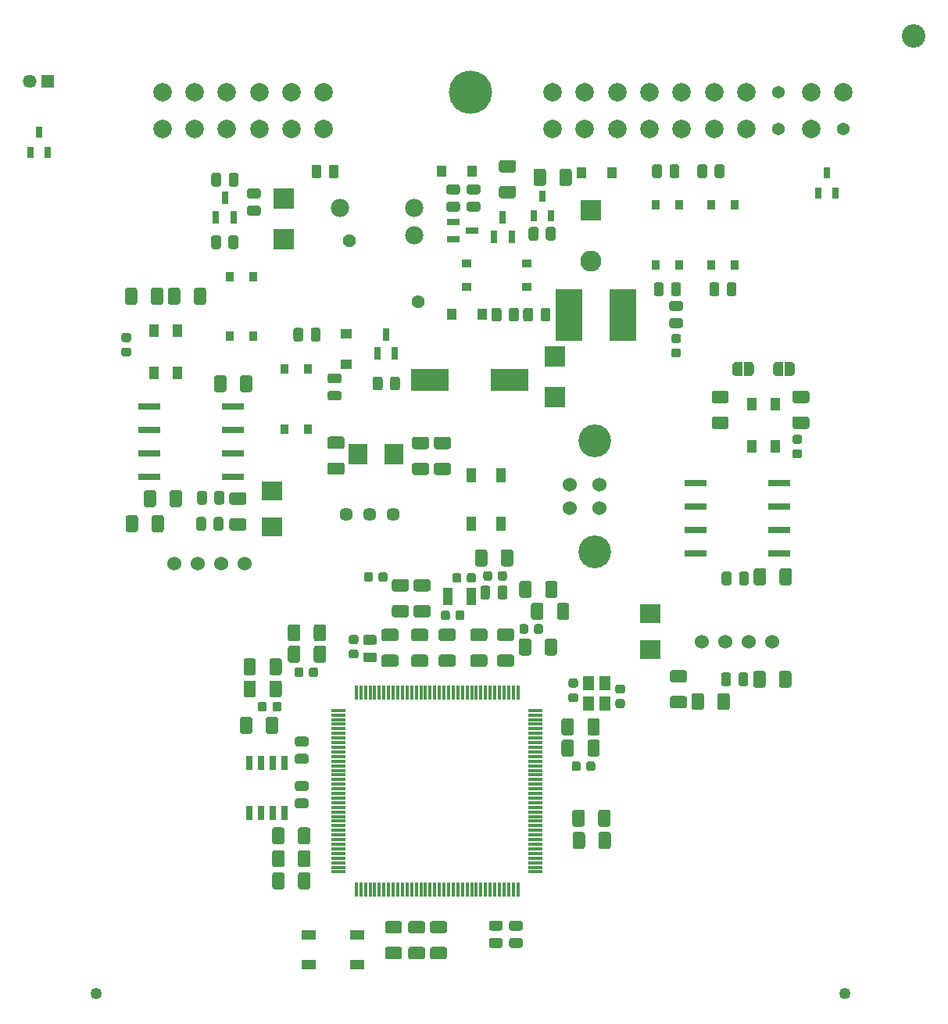
<source format=gts>
G04 #@! TF.GenerationSoftware,KiCad,Pcbnew,(5.1.6-0-10_14)*
G04 #@! TF.CreationDate,2021-12-22T00:37:34+01:00*
G04 #@! TF.ProjectId,CHAdeMO_V2.0,43484164-654d-44f5-9f56-322e302e6b69,rev?*
G04 #@! TF.SameCoordinates,Original*
G04 #@! TF.FileFunction,Soldermask,Top*
G04 #@! TF.FilePolarity,Negative*
%FSLAX46Y46*%
G04 Gerber Fmt 4.6, Leading zero omitted, Abs format (unit mm)*
G04 Created by KiCad (PCBNEW (5.1.6-0-10_14)) date 2021-12-22 00:37:34*
%MOMM*%
%LPD*%
G01*
G04 APERTURE LIST*
%ADD10R,1.300000X1.000000*%
%ADD11R,1.000000X1.300000*%
%ADD12C,1.975000*%
%ADD13C,1.433000*%
%ADD14R,0.700000X1.150000*%
%ADD15R,0.750000X1.300000*%
%ADD16R,0.700000X1.400000*%
%ADD17R,1.400000X0.700000*%
%ADD18R,1.000000X1.450000*%
%ADD19R,2.000000X2.300000*%
%ADD20R,3.000000X5.550000*%
%ADD21R,2.250000X2.300000*%
%ADD22R,0.900000X1.100000*%
%ADD23R,1.100000X0.900000*%
%ADD24R,1.650000X1.100000*%
%ADD25R,1.100000X1.650000*%
%ADD26R,4.150000X2.400000*%
%ADD27C,1.450000*%
%ADD28C,4.675000*%
%ADD29C,2.005000*%
%ADD30C,1.370000*%
%ADD31C,1.468000*%
%ADD32R,1.468000X1.468000*%
%ADD33C,0.100000*%
%ADD34R,0.380000X1.570000*%
%ADD35R,1.570000X0.380000*%
%ADD36R,2.450000X0.800000*%
%ADD37C,2.275000*%
%ADD38R,2.275000X2.275000*%
%ADD39R,1.100000X1.900000*%
%ADD40R,0.750000X1.625000*%
%ADD41R,2.300000X2.000000*%
%ADD42C,2.552000*%
%ADD43C,1.252000*%
%ADD44R,1.300000X1.500000*%
%ADD45C,1.530000*%
%ADD46C,3.550000*%
%ADD47C,1.531000*%
G04 APERTURE END LIST*
G36*
G01*
X126747100Y-116669500D02*
X126747100Y-115359500D01*
G75*
G02*
X127017100Y-115089500I270000J0D01*
G01*
X127827100Y-115089500D01*
G75*
G02*
X128097100Y-115359500I0J-270000D01*
G01*
X128097100Y-116669500D01*
G75*
G02*
X127827100Y-116939500I-270000J0D01*
G01*
X127017100Y-116939500D01*
G75*
G02*
X126747100Y-116669500I0J270000D01*
G01*
G37*
G36*
G01*
X123947100Y-116669500D02*
X123947100Y-115359500D01*
G75*
G02*
X124217100Y-115089500I270000J0D01*
G01*
X125027100Y-115089500D01*
G75*
G02*
X125297100Y-115359500I0J-270000D01*
G01*
X125297100Y-116669500D01*
G75*
G02*
X125027100Y-116939500I-270000J0D01*
G01*
X124217100Y-116939500D01*
G75*
G02*
X123947100Y-116669500I0J270000D01*
G01*
G37*
G36*
G01*
X122556850Y-77170000D02*
X121994350Y-77170000D01*
G75*
G02*
X121750600Y-76926250I0J243750D01*
G01*
X121750600Y-76438750D01*
G75*
G02*
X121994350Y-76195000I243750J0D01*
G01*
X122556850Y-76195000D01*
G75*
G02*
X122800600Y-76438750I0J-243750D01*
G01*
X122800600Y-76926250D01*
G75*
G02*
X122556850Y-77170000I-243750J0D01*
G01*
G37*
G36*
G01*
X122556850Y-78745000D02*
X121994350Y-78745000D01*
G75*
G02*
X121750600Y-78501250I0J243750D01*
G01*
X121750600Y-78013750D01*
G75*
G02*
X121994350Y-77770000I243750J0D01*
G01*
X122556850Y-77770000D01*
G75*
G02*
X122800600Y-78013750I0J-243750D01*
G01*
X122800600Y-78501250D01*
G75*
G02*
X122556850Y-78745000I-243750J0D01*
G01*
G37*
G36*
G01*
X87619150Y-109781100D02*
X87056650Y-109781100D01*
G75*
G02*
X86812900Y-109537350I0J243750D01*
G01*
X86812900Y-109049850D01*
G75*
G02*
X87056650Y-108806100I243750J0D01*
G01*
X87619150Y-108806100D01*
G75*
G02*
X87862900Y-109049850I0J-243750D01*
G01*
X87862900Y-109537350D01*
G75*
G02*
X87619150Y-109781100I-243750J0D01*
G01*
G37*
G36*
G01*
X87619150Y-111356100D02*
X87056650Y-111356100D01*
G75*
G02*
X86812900Y-111112350I0J243750D01*
G01*
X86812900Y-110624850D01*
G75*
G02*
X87056650Y-110381100I243750J0D01*
G01*
X87619150Y-110381100D01*
G75*
G02*
X87862900Y-110624850I0J-243750D01*
G01*
X87862900Y-111112350D01*
G75*
G02*
X87619150Y-111356100I-243750J0D01*
G01*
G37*
D10*
X86563200Y-76175600D03*
X86563200Y-79475600D03*
D11*
X115315000Y-58699400D03*
X112015000Y-58699400D03*
X100202000Y-58547000D03*
X96902000Y-58547000D03*
X101268800Y-74079100D03*
X97968800Y-74079100D03*
G36*
G01*
X121794350Y-74491800D02*
X122756850Y-74491800D01*
G75*
G02*
X123025600Y-74760550I0J-268750D01*
G01*
X123025600Y-75298050D01*
G75*
G02*
X122756850Y-75566800I-268750J0D01*
G01*
X121794350Y-75566800D01*
G75*
G02*
X121525600Y-75298050I0J268750D01*
G01*
X121525600Y-74760550D01*
G75*
G02*
X121794350Y-74491800I268750J0D01*
G01*
G37*
G36*
G01*
X121794350Y-72616800D02*
X122756850Y-72616800D01*
G75*
G02*
X123025600Y-72885550I0J-268750D01*
G01*
X123025600Y-73423050D01*
G75*
G02*
X122756850Y-73691800I-268750J0D01*
G01*
X121794350Y-73691800D01*
G75*
G02*
X121525600Y-73423050I0J268750D01*
G01*
X121525600Y-72885550D01*
G75*
G02*
X121794350Y-72616800I268750J0D01*
G01*
G37*
G36*
G01*
X106788000Y-73623250D02*
X106788000Y-74585750D01*
G75*
G02*
X106519250Y-74854500I-268750J0D01*
G01*
X105981750Y-74854500D01*
G75*
G02*
X105713000Y-74585750I0J268750D01*
G01*
X105713000Y-73623250D01*
G75*
G02*
X105981750Y-73354500I268750J0D01*
G01*
X106519250Y-73354500D01*
G75*
G02*
X106788000Y-73623250I0J-268750D01*
G01*
G37*
G36*
G01*
X108663000Y-73623250D02*
X108663000Y-74585750D01*
G75*
G02*
X108394250Y-74854500I-268750J0D01*
G01*
X107856750Y-74854500D01*
G75*
G02*
X107588000Y-74585750I0J268750D01*
G01*
X107588000Y-73623250D01*
G75*
G02*
X107856750Y-73354500I268750J0D01*
G01*
X108394250Y-73354500D01*
G75*
G02*
X108663000Y-73623250I0J-268750D01*
G01*
G37*
G36*
G01*
X107359500Y-64860250D02*
X107359500Y-65822750D01*
G75*
G02*
X107090750Y-66091500I-268750J0D01*
G01*
X106553250Y-66091500D01*
G75*
G02*
X106284500Y-65822750I0J268750D01*
G01*
X106284500Y-64860250D01*
G75*
G02*
X106553250Y-64591500I268750J0D01*
G01*
X107090750Y-64591500D01*
G75*
G02*
X107359500Y-64860250I0J-268750D01*
G01*
G37*
G36*
G01*
X109234500Y-64860250D02*
X109234500Y-65822750D01*
G75*
G02*
X108965750Y-66091500I-268750J0D01*
G01*
X108428250Y-66091500D01*
G75*
G02*
X108159500Y-65822750I0J268750D01*
G01*
X108159500Y-64860250D01*
G75*
G02*
X108428250Y-64591500I268750J0D01*
G01*
X108965750Y-64591500D01*
G75*
G02*
X109234500Y-64860250I0J-268750D01*
G01*
G37*
G36*
G01*
X103359000Y-73623250D02*
X103359000Y-74585750D01*
G75*
G02*
X103090250Y-74854500I-268750J0D01*
G01*
X102552750Y-74854500D01*
G75*
G02*
X102284000Y-74585750I0J268750D01*
G01*
X102284000Y-73623250D01*
G75*
G02*
X102552750Y-73354500I268750J0D01*
G01*
X103090250Y-73354500D01*
G75*
G02*
X103359000Y-73623250I0J-268750D01*
G01*
G37*
G36*
G01*
X105234000Y-73623250D02*
X105234000Y-74585750D01*
G75*
G02*
X104965250Y-74854500I-268750J0D01*
G01*
X104427750Y-74854500D01*
G75*
G02*
X104159000Y-74585750I0J268750D01*
G01*
X104159000Y-73623250D01*
G75*
G02*
X104427750Y-73354500I268750J0D01*
G01*
X104965250Y-73354500D01*
G75*
G02*
X105234000Y-73623250I0J-268750D01*
G01*
G37*
G36*
G01*
X100811250Y-61068000D02*
X99848750Y-61068000D01*
G75*
G02*
X99580000Y-60799250I0J268750D01*
G01*
X99580000Y-60261750D01*
G75*
G02*
X99848750Y-59993000I268750J0D01*
G01*
X100811250Y-59993000D01*
G75*
G02*
X101080000Y-60261750I0J-268750D01*
G01*
X101080000Y-60799250D01*
G75*
G02*
X100811250Y-61068000I-268750J0D01*
G01*
G37*
G36*
G01*
X100811250Y-62943000D02*
X99848750Y-62943000D01*
G75*
G02*
X99580000Y-62674250I0J268750D01*
G01*
X99580000Y-62136750D01*
G75*
G02*
X99848750Y-61868000I268750J0D01*
G01*
X100811250Y-61868000D01*
G75*
G02*
X101080000Y-62136750I0J-268750D01*
G01*
X101080000Y-62674250D01*
G75*
G02*
X100811250Y-62943000I-268750J0D01*
G01*
G37*
G36*
G01*
X120933100Y-70867350D02*
X120933100Y-71829850D01*
G75*
G02*
X120664350Y-72098600I-268750J0D01*
G01*
X120126850Y-72098600D01*
G75*
G02*
X119858100Y-71829850I0J268750D01*
G01*
X119858100Y-70867350D01*
G75*
G02*
X120126850Y-70598600I268750J0D01*
G01*
X120664350Y-70598600D01*
G75*
G02*
X120933100Y-70867350I0J-268750D01*
G01*
G37*
G36*
G01*
X122808100Y-70867350D02*
X122808100Y-71829850D01*
G75*
G02*
X122539350Y-72098600I-268750J0D01*
G01*
X122001850Y-72098600D01*
G75*
G02*
X121733100Y-71829850I0J268750D01*
G01*
X121733100Y-70867350D01*
G75*
G02*
X122001850Y-70598600I268750J0D01*
G01*
X122539350Y-70598600D01*
G75*
G02*
X122808100Y-70867350I0J-268750D01*
G01*
G37*
G36*
G01*
X127755600Y-71829850D02*
X127755600Y-70867350D01*
G75*
G02*
X128024350Y-70598600I268750J0D01*
G01*
X128561850Y-70598600D01*
G75*
G02*
X128830600Y-70867350I0J-268750D01*
G01*
X128830600Y-71829850D01*
G75*
G02*
X128561850Y-72098600I-268750J0D01*
G01*
X128024350Y-72098600D01*
G75*
G02*
X127755600Y-71829850I0J268750D01*
G01*
G37*
G36*
G01*
X125880600Y-71829850D02*
X125880600Y-70867350D01*
G75*
G02*
X126149350Y-70598600I268750J0D01*
G01*
X126686850Y-70598600D01*
G75*
G02*
X126955600Y-70867350I0J-268750D01*
G01*
X126955600Y-71829850D01*
G75*
G02*
X126686850Y-72098600I-268750J0D01*
G01*
X126149350Y-72098600D01*
G75*
G02*
X125880600Y-71829850I0J268750D01*
G01*
G37*
G36*
G01*
X91281200Y-82040650D02*
X91281200Y-81078150D01*
G75*
G02*
X91549950Y-80809400I268750J0D01*
G01*
X92087450Y-80809400D01*
G75*
G02*
X92356200Y-81078150I0J-268750D01*
G01*
X92356200Y-82040650D01*
G75*
G02*
X92087450Y-82309400I-268750J0D01*
G01*
X91549950Y-82309400D01*
G75*
G02*
X91281200Y-82040650I0J268750D01*
G01*
G37*
G36*
G01*
X89406200Y-82040650D02*
X89406200Y-81078150D01*
G75*
G02*
X89674950Y-80809400I268750J0D01*
G01*
X90212450Y-80809400D01*
G75*
G02*
X90481200Y-81078150I0J-268750D01*
G01*
X90481200Y-82040650D01*
G75*
G02*
X90212450Y-82309400I-268750J0D01*
G01*
X89674950Y-82309400D01*
G75*
G02*
X89406200Y-82040650I0J268750D01*
G01*
G37*
G36*
G01*
X73780600Y-66724450D02*
X73780600Y-65761950D01*
G75*
G02*
X74049350Y-65493200I268750J0D01*
G01*
X74586850Y-65493200D01*
G75*
G02*
X74855600Y-65761950I0J-268750D01*
G01*
X74855600Y-66724450D01*
G75*
G02*
X74586850Y-66993200I-268750J0D01*
G01*
X74049350Y-66993200D01*
G75*
G02*
X73780600Y-66724450I0J268750D01*
G01*
G37*
G36*
G01*
X71905600Y-66724450D02*
X71905600Y-65761950D01*
G75*
G02*
X72174350Y-65493200I268750J0D01*
G01*
X72711850Y-65493200D01*
G75*
G02*
X72980600Y-65761950I0J-268750D01*
G01*
X72980600Y-66724450D01*
G75*
G02*
X72711850Y-66993200I-268750J0D01*
G01*
X72174350Y-66993200D01*
G75*
G02*
X71905600Y-66724450I0J268750D01*
G01*
G37*
G36*
G01*
X97638950Y-61868000D02*
X98601450Y-61868000D01*
G75*
G02*
X98870200Y-62136750I0J-268750D01*
G01*
X98870200Y-62674250D01*
G75*
G02*
X98601450Y-62943000I-268750J0D01*
G01*
X97638950Y-62943000D01*
G75*
G02*
X97370200Y-62674250I0J268750D01*
G01*
X97370200Y-62136750D01*
G75*
G02*
X97638950Y-61868000I268750J0D01*
G01*
G37*
G36*
G01*
X97638950Y-59993000D02*
X98601450Y-59993000D01*
G75*
G02*
X98870200Y-60261750I0J-268750D01*
G01*
X98870200Y-60799250D01*
G75*
G02*
X98601450Y-61068000I-268750J0D01*
G01*
X97638950Y-61068000D01*
G75*
G02*
X97370200Y-60799250I0J268750D01*
G01*
X97370200Y-60261750D01*
G75*
G02*
X97638950Y-59993000I268750J0D01*
G01*
G37*
G36*
G01*
X103224250Y-140824000D02*
X102261750Y-140824000D01*
G75*
G02*
X101993000Y-140555250I0J268750D01*
G01*
X101993000Y-140017750D01*
G75*
G02*
X102261750Y-139749000I268750J0D01*
G01*
X103224250Y-139749000D01*
G75*
G02*
X103493000Y-140017750I0J-268750D01*
G01*
X103493000Y-140555250D01*
G75*
G02*
X103224250Y-140824000I-268750J0D01*
G01*
G37*
G36*
G01*
X103224250Y-142699000D02*
X102261750Y-142699000D01*
G75*
G02*
X101993000Y-142430250I0J268750D01*
G01*
X101993000Y-141892750D01*
G75*
G02*
X102261750Y-141624000I268750J0D01*
G01*
X103224250Y-141624000D01*
G75*
G02*
X103493000Y-141892750I0J-268750D01*
G01*
X103493000Y-142430250D01*
G75*
G02*
X103224250Y-142699000I-268750J0D01*
G01*
G37*
G36*
G01*
X105408650Y-140824000D02*
X104446150Y-140824000D01*
G75*
G02*
X104177400Y-140555250I0J268750D01*
G01*
X104177400Y-140017750D01*
G75*
G02*
X104446150Y-139749000I268750J0D01*
G01*
X105408650Y-139749000D01*
G75*
G02*
X105677400Y-140017750I0J-268750D01*
G01*
X105677400Y-140555250D01*
G75*
G02*
X105408650Y-140824000I-268750J0D01*
G01*
G37*
G36*
G01*
X105408650Y-142699000D02*
X104446150Y-142699000D01*
G75*
G02*
X104177400Y-142430250I0J268750D01*
G01*
X104177400Y-141892750D01*
G75*
G02*
X104446150Y-141624000I268750J0D01*
G01*
X105408650Y-141624000D01*
G75*
G02*
X105677400Y-141892750I0J-268750D01*
G01*
X105677400Y-142430250D01*
G75*
G02*
X105408650Y-142699000I-268750J0D01*
G01*
G37*
D12*
X93868000Y-65541600D03*
X85868000Y-62541600D03*
X93868000Y-62541600D03*
D13*
X94368000Y-72741600D03*
X86868000Y-66141600D03*
D14*
X53247600Y-54322800D03*
X54197600Y-56522800D03*
X52297600Y-56522800D03*
X138633200Y-58767800D03*
X139583200Y-60967800D03*
X137683200Y-60967800D03*
D15*
X107797600Y-61307000D03*
X108757600Y-63407000D03*
X106837600Y-63407000D03*
D16*
X103505000Y-63567600D03*
X104455000Y-65667600D03*
X102555000Y-65667600D03*
D17*
X100211600Y-65024000D03*
X98111600Y-65974000D03*
X98111600Y-64074000D03*
D16*
X90881200Y-76226200D03*
X91831200Y-78326200D03*
X89931200Y-78326200D03*
X73380600Y-61434000D03*
X74330600Y-63534000D03*
X72430600Y-63534000D03*
D18*
X130499800Y-83831000D03*
X132999800Y-83831000D03*
X132999800Y-88381000D03*
X130499800Y-88381000D03*
X65724600Y-75847000D03*
X68224600Y-75847000D03*
X68224600Y-80397000D03*
X65724600Y-80397000D03*
D19*
X87839000Y-89179400D03*
X91739000Y-89179400D03*
G36*
G01*
X108177500Y-58577800D02*
X108177500Y-59887800D01*
G75*
G02*
X107907500Y-60157800I-270000J0D01*
G01*
X107097500Y-60157800D01*
G75*
G02*
X106827500Y-59887800I0J270000D01*
G01*
X106827500Y-58577800D01*
G75*
G02*
X107097500Y-58307800I270000J0D01*
G01*
X107907500Y-58307800D01*
G75*
G02*
X108177500Y-58577800I0J-270000D01*
G01*
G37*
G36*
G01*
X110977500Y-58577800D02*
X110977500Y-59887800D01*
G75*
G02*
X110707500Y-60157800I-270000J0D01*
G01*
X109897500Y-60157800D01*
G75*
G02*
X109627500Y-59887800I0J270000D01*
G01*
X109627500Y-58577800D01*
G75*
G02*
X109897500Y-58307800I270000J0D01*
G01*
X110707500Y-58307800D01*
G75*
G02*
X110977500Y-58577800I0J-270000D01*
G01*
G37*
G36*
G01*
X104668000Y-58711000D02*
X103358000Y-58711000D01*
G75*
G02*
X103088000Y-58441000I0J270000D01*
G01*
X103088000Y-57631000D01*
G75*
G02*
X103358000Y-57361000I270000J0D01*
G01*
X104668000Y-57361000D01*
G75*
G02*
X104938000Y-57631000I0J-270000D01*
G01*
X104938000Y-58441000D01*
G75*
G02*
X104668000Y-58711000I-270000J0D01*
G01*
G37*
G36*
G01*
X104668000Y-61511000D02*
X103358000Y-61511000D01*
G75*
G02*
X103088000Y-61241000I0J270000D01*
G01*
X103088000Y-60431000D01*
G75*
G02*
X103358000Y-60161000I270000J0D01*
G01*
X104668000Y-60161000D01*
G75*
G02*
X104938000Y-60431000I0J-270000D01*
G01*
X104938000Y-61241000D01*
G75*
G02*
X104668000Y-61511000I-270000J0D01*
G01*
G37*
D20*
X110711500Y-74168000D03*
X116491500Y-74168000D03*
D21*
X109169200Y-83073600D03*
X109169200Y-78673600D03*
X79781400Y-65896600D03*
X79781400Y-61496600D03*
D22*
X122603100Y-68744200D03*
X120063100Y-68744200D03*
X120063100Y-62244200D03*
X122603100Y-62244200D03*
X128625600Y-68744200D03*
X126085600Y-68744200D03*
X126085600Y-62244200D03*
X128625600Y-62244200D03*
D23*
X99594300Y-71120000D03*
X99594300Y-68580000D03*
X106094300Y-68580000D03*
X106094300Y-71120000D03*
D22*
X82423000Y-86473400D03*
X79883000Y-86473400D03*
X79883000Y-79973400D03*
X82423000Y-79973400D03*
X76479400Y-76465800D03*
X73939400Y-76465800D03*
X73939400Y-69965800D03*
X76479400Y-69965800D03*
D24*
X87765800Y-144500400D03*
X82515800Y-144500400D03*
X87765800Y-141300400D03*
X82515800Y-141300400D03*
D25*
X103301600Y-91507400D03*
X103301600Y-96757400D03*
X100101600Y-91507400D03*
X100101600Y-96757400D03*
D26*
X104198200Y-81203800D03*
X95598200Y-81203800D03*
D27*
X86563200Y-95707200D03*
X89103200Y-95707200D03*
X91643200Y-95707200D03*
D28*
X100000000Y-50000000D03*
D29*
X108890000Y-50000000D03*
X112390000Y-50000000D03*
X115890000Y-50000000D03*
X119390000Y-50000000D03*
X122890000Y-50000000D03*
X126390000Y-50000000D03*
X129890000Y-50000000D03*
D30*
X133390000Y-50000000D03*
D29*
X136890000Y-50000000D03*
X140390000Y-50000000D03*
X108890000Y-54000000D03*
X112390000Y-54000000D03*
X115890000Y-54000000D03*
X119390000Y-54000000D03*
X122890000Y-54000000D03*
X126390000Y-54000000D03*
X129890000Y-54000000D03*
D30*
X133390000Y-54000000D03*
D29*
X136890000Y-54000000D03*
D30*
X140390000Y-54000000D03*
D29*
X66620000Y-50000000D03*
X70120000Y-50000000D03*
X73620000Y-50000000D03*
X77120000Y-50000000D03*
X80620000Y-50000000D03*
X84120000Y-50000000D03*
X66620000Y-54000000D03*
X70120000Y-54000000D03*
X73620000Y-54000000D03*
X77120000Y-54000000D03*
X80620000Y-54000000D03*
X84120000Y-54000000D03*
D31*
X52213000Y-48810000D03*
D32*
X54213000Y-48810000D03*
G36*
G01*
X136443400Y-83686000D02*
X135133400Y-83686000D01*
G75*
G02*
X134863400Y-83416000I0J270000D01*
G01*
X134863400Y-82606000D01*
G75*
G02*
X135133400Y-82336000I270000J0D01*
G01*
X136443400Y-82336000D01*
G75*
G02*
X136713400Y-82606000I0J-270000D01*
G01*
X136713400Y-83416000D01*
G75*
G02*
X136443400Y-83686000I-270000J0D01*
G01*
G37*
G36*
G01*
X136443400Y-86486000D02*
X135133400Y-86486000D01*
G75*
G02*
X134863400Y-86216000I0J270000D01*
G01*
X134863400Y-85406000D01*
G75*
G02*
X135133400Y-85136000I270000J0D01*
G01*
X136443400Y-85136000D01*
G75*
G02*
X136713400Y-85406000I0J-270000D01*
G01*
X136713400Y-86216000D01*
G75*
G02*
X136443400Y-86486000I-270000J0D01*
G01*
G37*
G36*
G01*
X126395800Y-85136000D02*
X127705800Y-85136000D01*
G75*
G02*
X127975800Y-85406000I0J-270000D01*
G01*
X127975800Y-86216000D01*
G75*
G02*
X127705800Y-86486000I-270000J0D01*
G01*
X126395800Y-86486000D01*
G75*
G02*
X126125800Y-86216000I0J270000D01*
G01*
X126125800Y-85406000D01*
G75*
G02*
X126395800Y-85136000I270000J0D01*
G01*
G37*
G36*
G01*
X126395800Y-82336000D02*
X127705800Y-82336000D01*
G75*
G02*
X127975800Y-82606000I0J-270000D01*
G01*
X127975800Y-83416000D01*
G75*
G02*
X127705800Y-83686000I-270000J0D01*
G01*
X126395800Y-83686000D01*
G75*
G02*
X126125800Y-83416000I0J270000D01*
G01*
X126125800Y-82606000D01*
G75*
G02*
X126395800Y-82336000I270000J0D01*
G01*
G37*
D33*
G36*
X133318689Y-80783998D02*
G01*
X133300266Y-80783998D01*
X133295365Y-80783757D01*
X133246534Y-80778947D01*
X133241681Y-80778227D01*
X133193556Y-80768655D01*
X133188795Y-80767463D01*
X133141840Y-80753219D01*
X133137221Y-80751566D01*
X133091888Y-80732789D01*
X133087451Y-80730691D01*
X133044178Y-80707560D01*
X133039971Y-80705038D01*
X132999172Y-80677778D01*
X132995230Y-80674854D01*
X132957301Y-80643726D01*
X132953666Y-80640431D01*
X132918969Y-80605734D01*
X132915674Y-80602099D01*
X132884546Y-80564170D01*
X132881622Y-80560228D01*
X132854362Y-80519429D01*
X132851840Y-80515222D01*
X132828709Y-80471949D01*
X132826611Y-80467512D01*
X132807834Y-80422179D01*
X132806181Y-80417560D01*
X132791937Y-80370605D01*
X132790745Y-80365844D01*
X132781173Y-80317719D01*
X132780453Y-80312866D01*
X132775643Y-80264035D01*
X132775402Y-80259134D01*
X132775402Y-80240711D01*
X132774800Y-80234600D01*
X132774800Y-79734600D01*
X132775402Y-79728489D01*
X132775402Y-79710066D01*
X132775643Y-79705165D01*
X132780453Y-79656334D01*
X132781173Y-79651481D01*
X132790745Y-79603356D01*
X132791937Y-79598595D01*
X132806181Y-79551640D01*
X132807834Y-79547021D01*
X132826611Y-79501688D01*
X132828709Y-79497251D01*
X132851840Y-79453978D01*
X132854362Y-79449771D01*
X132881622Y-79408972D01*
X132884546Y-79405030D01*
X132915674Y-79367101D01*
X132918969Y-79363466D01*
X132953666Y-79328769D01*
X132957301Y-79325474D01*
X132995230Y-79294346D01*
X132999172Y-79291422D01*
X133039971Y-79264162D01*
X133044178Y-79261640D01*
X133087451Y-79238509D01*
X133091888Y-79236411D01*
X133137221Y-79217634D01*
X133141840Y-79215981D01*
X133188795Y-79201737D01*
X133193556Y-79200545D01*
X133241681Y-79190973D01*
X133246534Y-79190253D01*
X133295365Y-79185443D01*
X133300266Y-79185202D01*
X133318689Y-79185202D01*
X133324800Y-79184600D01*
X133824800Y-79184600D01*
X133834555Y-79185561D01*
X133843934Y-79188406D01*
X133852579Y-79193027D01*
X133860155Y-79199245D01*
X133866373Y-79206821D01*
X133870994Y-79215466D01*
X133873839Y-79224845D01*
X133874800Y-79234600D01*
X133874800Y-80734600D01*
X133873839Y-80744355D01*
X133870994Y-80753734D01*
X133866373Y-80762379D01*
X133860155Y-80769955D01*
X133852579Y-80776173D01*
X133843934Y-80780794D01*
X133834555Y-80783639D01*
X133824800Y-80784600D01*
X133324800Y-80784600D01*
X133318689Y-80783998D01*
G37*
G36*
X134115045Y-80783639D02*
G01*
X134105666Y-80780794D01*
X134097021Y-80776173D01*
X134089445Y-80769955D01*
X134083227Y-80762379D01*
X134078606Y-80753734D01*
X134075761Y-80744355D01*
X134074800Y-80734600D01*
X134074800Y-79234600D01*
X134075761Y-79224845D01*
X134078606Y-79215466D01*
X134083227Y-79206821D01*
X134089445Y-79199245D01*
X134097021Y-79193027D01*
X134105666Y-79188406D01*
X134115045Y-79185561D01*
X134124800Y-79184600D01*
X134624800Y-79184600D01*
X134630911Y-79185202D01*
X134649334Y-79185202D01*
X134654235Y-79185443D01*
X134703066Y-79190253D01*
X134707919Y-79190973D01*
X134756044Y-79200545D01*
X134760805Y-79201737D01*
X134807760Y-79215981D01*
X134812379Y-79217634D01*
X134857712Y-79236411D01*
X134862149Y-79238509D01*
X134905422Y-79261640D01*
X134909629Y-79264162D01*
X134950428Y-79291422D01*
X134954370Y-79294346D01*
X134992299Y-79325474D01*
X134995934Y-79328769D01*
X135030631Y-79363466D01*
X135033926Y-79367101D01*
X135065054Y-79405030D01*
X135067978Y-79408972D01*
X135095238Y-79449771D01*
X135097760Y-79453978D01*
X135120891Y-79497251D01*
X135122989Y-79501688D01*
X135141766Y-79547021D01*
X135143419Y-79551640D01*
X135157663Y-79598595D01*
X135158855Y-79603356D01*
X135168427Y-79651481D01*
X135169147Y-79656334D01*
X135173957Y-79705165D01*
X135174198Y-79710066D01*
X135174198Y-79728489D01*
X135174800Y-79734600D01*
X135174800Y-80234600D01*
X135174198Y-80240711D01*
X135174198Y-80259134D01*
X135173957Y-80264035D01*
X135169147Y-80312866D01*
X135168427Y-80317719D01*
X135158855Y-80365844D01*
X135157663Y-80370605D01*
X135143419Y-80417560D01*
X135141766Y-80422179D01*
X135122989Y-80467512D01*
X135120891Y-80471949D01*
X135097760Y-80515222D01*
X135095238Y-80519429D01*
X135067978Y-80560228D01*
X135065054Y-80564170D01*
X135033926Y-80602099D01*
X135030631Y-80605734D01*
X134995934Y-80640431D01*
X134992299Y-80643726D01*
X134954370Y-80674854D01*
X134950428Y-80677778D01*
X134909629Y-80705038D01*
X134905422Y-80707560D01*
X134862149Y-80730691D01*
X134857712Y-80732789D01*
X134812379Y-80751566D01*
X134807760Y-80753219D01*
X134760805Y-80767463D01*
X134756044Y-80768655D01*
X134707919Y-80778227D01*
X134703066Y-80778947D01*
X134654235Y-80783757D01*
X134649334Y-80783998D01*
X134630911Y-80783998D01*
X134624800Y-80784600D01*
X134124800Y-80784600D01*
X134115045Y-80783639D01*
G37*
G36*
G01*
X135117150Y-88692000D02*
X135679650Y-88692000D01*
G75*
G02*
X135923400Y-88935750I0J-243750D01*
G01*
X135923400Y-89423250D01*
G75*
G02*
X135679650Y-89667000I-243750J0D01*
G01*
X135117150Y-89667000D01*
G75*
G02*
X134873400Y-89423250I0J243750D01*
G01*
X134873400Y-88935750D01*
G75*
G02*
X135117150Y-88692000I243750J0D01*
G01*
G37*
G36*
G01*
X135117150Y-87117000D02*
X135679650Y-87117000D01*
G75*
G02*
X135923400Y-87360750I0J-243750D01*
G01*
X135923400Y-87848250D01*
G75*
G02*
X135679650Y-88092000I-243750J0D01*
G01*
X135117150Y-88092000D01*
G75*
G02*
X134873400Y-87848250I0J243750D01*
G01*
X134873400Y-87360750D01*
G75*
G02*
X135117150Y-87117000I243750J0D01*
G01*
G37*
G36*
X128868689Y-80783998D02*
G01*
X128850266Y-80783998D01*
X128845365Y-80783757D01*
X128796534Y-80778947D01*
X128791681Y-80778227D01*
X128743556Y-80768655D01*
X128738795Y-80767463D01*
X128691840Y-80753219D01*
X128687221Y-80751566D01*
X128641888Y-80732789D01*
X128637451Y-80730691D01*
X128594178Y-80707560D01*
X128589971Y-80705038D01*
X128549172Y-80677778D01*
X128545230Y-80674854D01*
X128507301Y-80643726D01*
X128503666Y-80640431D01*
X128468969Y-80605734D01*
X128465674Y-80602099D01*
X128434546Y-80564170D01*
X128431622Y-80560228D01*
X128404362Y-80519429D01*
X128401840Y-80515222D01*
X128378709Y-80471949D01*
X128376611Y-80467512D01*
X128357834Y-80422179D01*
X128356181Y-80417560D01*
X128341937Y-80370605D01*
X128340745Y-80365844D01*
X128331173Y-80317719D01*
X128330453Y-80312866D01*
X128325643Y-80264035D01*
X128325402Y-80259134D01*
X128325402Y-80240711D01*
X128324800Y-80234600D01*
X128324800Y-79734600D01*
X128325402Y-79728489D01*
X128325402Y-79710066D01*
X128325643Y-79705165D01*
X128330453Y-79656334D01*
X128331173Y-79651481D01*
X128340745Y-79603356D01*
X128341937Y-79598595D01*
X128356181Y-79551640D01*
X128357834Y-79547021D01*
X128376611Y-79501688D01*
X128378709Y-79497251D01*
X128401840Y-79453978D01*
X128404362Y-79449771D01*
X128431622Y-79408972D01*
X128434546Y-79405030D01*
X128465674Y-79367101D01*
X128468969Y-79363466D01*
X128503666Y-79328769D01*
X128507301Y-79325474D01*
X128545230Y-79294346D01*
X128549172Y-79291422D01*
X128589971Y-79264162D01*
X128594178Y-79261640D01*
X128637451Y-79238509D01*
X128641888Y-79236411D01*
X128687221Y-79217634D01*
X128691840Y-79215981D01*
X128738795Y-79201737D01*
X128743556Y-79200545D01*
X128791681Y-79190973D01*
X128796534Y-79190253D01*
X128845365Y-79185443D01*
X128850266Y-79185202D01*
X128868689Y-79185202D01*
X128874800Y-79184600D01*
X129374800Y-79184600D01*
X129384555Y-79185561D01*
X129393934Y-79188406D01*
X129402579Y-79193027D01*
X129410155Y-79199245D01*
X129416373Y-79206821D01*
X129420994Y-79215466D01*
X129423839Y-79224845D01*
X129424800Y-79234600D01*
X129424800Y-80734600D01*
X129423839Y-80744355D01*
X129420994Y-80753734D01*
X129416373Y-80762379D01*
X129410155Y-80769955D01*
X129402579Y-80776173D01*
X129393934Y-80780794D01*
X129384555Y-80783639D01*
X129374800Y-80784600D01*
X128874800Y-80784600D01*
X128868689Y-80783998D01*
G37*
G36*
X129665045Y-80783639D02*
G01*
X129655666Y-80780794D01*
X129647021Y-80776173D01*
X129639445Y-80769955D01*
X129633227Y-80762379D01*
X129628606Y-80753734D01*
X129625761Y-80744355D01*
X129624800Y-80734600D01*
X129624800Y-79234600D01*
X129625761Y-79224845D01*
X129628606Y-79215466D01*
X129633227Y-79206821D01*
X129639445Y-79199245D01*
X129647021Y-79193027D01*
X129655666Y-79188406D01*
X129665045Y-79185561D01*
X129674800Y-79184600D01*
X130174800Y-79184600D01*
X130180911Y-79185202D01*
X130199334Y-79185202D01*
X130204235Y-79185443D01*
X130253066Y-79190253D01*
X130257919Y-79190973D01*
X130306044Y-79200545D01*
X130310805Y-79201737D01*
X130357760Y-79215981D01*
X130362379Y-79217634D01*
X130407712Y-79236411D01*
X130412149Y-79238509D01*
X130455422Y-79261640D01*
X130459629Y-79264162D01*
X130500428Y-79291422D01*
X130504370Y-79294346D01*
X130542299Y-79325474D01*
X130545934Y-79328769D01*
X130580631Y-79363466D01*
X130583926Y-79367101D01*
X130615054Y-79405030D01*
X130617978Y-79408972D01*
X130645238Y-79449771D01*
X130647760Y-79453978D01*
X130670891Y-79497251D01*
X130672989Y-79501688D01*
X130691766Y-79547021D01*
X130693419Y-79551640D01*
X130707663Y-79598595D01*
X130708855Y-79603356D01*
X130718427Y-79651481D01*
X130719147Y-79656334D01*
X130723957Y-79705165D01*
X130724198Y-79710066D01*
X130724198Y-79728489D01*
X130724800Y-79734600D01*
X130724800Y-80234600D01*
X130724198Y-80240711D01*
X130724198Y-80259134D01*
X130723957Y-80264035D01*
X130719147Y-80312866D01*
X130718427Y-80317719D01*
X130708855Y-80365844D01*
X130707663Y-80370605D01*
X130693419Y-80417560D01*
X130691766Y-80422179D01*
X130672989Y-80467512D01*
X130670891Y-80471949D01*
X130647760Y-80515222D01*
X130645238Y-80519429D01*
X130617978Y-80560228D01*
X130615054Y-80564170D01*
X130583926Y-80602099D01*
X130580631Y-80605734D01*
X130545934Y-80640431D01*
X130542299Y-80643726D01*
X130504370Y-80674854D01*
X130500428Y-80677778D01*
X130459629Y-80705038D01*
X130455422Y-80707560D01*
X130412149Y-80730691D01*
X130407712Y-80732789D01*
X130362379Y-80751566D01*
X130357760Y-80753219D01*
X130310805Y-80767463D01*
X130306044Y-80768655D01*
X130257919Y-80778227D01*
X130253066Y-80778947D01*
X130204235Y-80783757D01*
X130199334Y-80783998D01*
X130180911Y-80783998D01*
X130174800Y-80784600D01*
X129674800Y-80784600D01*
X129665045Y-80783639D01*
G37*
D34*
X105130500Y-136385000D03*
X104630500Y-136385000D03*
X104130500Y-136385000D03*
X103630500Y-136385000D03*
X103130500Y-136385000D03*
X102630500Y-136385000D03*
X102130500Y-136385000D03*
X101630500Y-136385000D03*
X101130500Y-136385000D03*
X100630500Y-136385000D03*
X100130500Y-136385000D03*
X99630500Y-136385000D03*
X99130500Y-136385000D03*
X98630500Y-136385000D03*
X98130500Y-136385000D03*
X97630500Y-136385000D03*
X97130500Y-136385000D03*
X96630500Y-136385000D03*
X96130500Y-136385000D03*
X95630500Y-136385000D03*
X95130500Y-136385000D03*
X94630500Y-136385000D03*
X94130500Y-136385000D03*
X93630500Y-136385000D03*
X93130500Y-136385000D03*
X92630500Y-136385000D03*
X92130500Y-136385000D03*
X91630500Y-136385000D03*
X91130500Y-136385000D03*
X90630500Y-136385000D03*
X90130500Y-136385000D03*
X89630500Y-136385000D03*
X89130500Y-136385000D03*
X88630500Y-136385000D03*
X88130500Y-136385000D03*
X87630500Y-136385000D03*
D35*
X85710500Y-134465000D03*
X85710500Y-133965000D03*
X85710500Y-133465000D03*
X85710500Y-132965000D03*
X85710500Y-132465000D03*
X85710500Y-131965000D03*
X85710500Y-131465000D03*
X85710500Y-130965000D03*
X85710500Y-130465000D03*
X85710500Y-129965000D03*
X85710500Y-129465000D03*
X85710500Y-128965000D03*
X85710500Y-128465000D03*
X85710500Y-127965000D03*
X85710500Y-127465000D03*
X85710500Y-126965000D03*
X85710500Y-126465000D03*
X85710500Y-125965000D03*
X85710500Y-125465000D03*
X85710500Y-124965000D03*
X85710500Y-124465000D03*
X85710500Y-123965000D03*
X85710500Y-123465000D03*
X85710500Y-122965000D03*
X85710500Y-122465000D03*
X85710500Y-121965000D03*
X85710500Y-121465000D03*
X85710500Y-120965000D03*
X85710500Y-120465000D03*
X85710500Y-119965000D03*
X85710500Y-119465000D03*
X85710500Y-118965000D03*
X85710500Y-118465000D03*
X85710500Y-117965000D03*
X85710500Y-117465000D03*
X85710500Y-116965000D03*
D34*
X87630500Y-115045000D03*
X88130500Y-115045000D03*
X88630500Y-115045000D03*
X89130500Y-115045000D03*
X89630500Y-115045000D03*
X90130500Y-115045000D03*
X90630500Y-115045000D03*
X91130500Y-115045000D03*
X91630500Y-115045000D03*
X92130500Y-115045000D03*
X92630500Y-115045000D03*
X93130500Y-115045000D03*
X93630500Y-115045000D03*
X94130500Y-115045000D03*
X94630500Y-115045000D03*
X95130500Y-115045000D03*
X95630500Y-115045000D03*
X96130500Y-115045000D03*
X96630500Y-115045000D03*
X97130500Y-115045000D03*
X97630500Y-115045000D03*
X98130500Y-115045000D03*
X98630500Y-115045000D03*
X99130500Y-115045000D03*
X99630500Y-115045000D03*
X100130500Y-115045000D03*
X100630500Y-115045000D03*
X101130500Y-115045000D03*
X101630500Y-115045000D03*
X102130500Y-115045000D03*
X102630500Y-115045000D03*
X103130500Y-115045000D03*
X103630500Y-115045000D03*
X104130500Y-115045000D03*
X104630500Y-115045000D03*
X105130500Y-115045000D03*
D35*
X107050500Y-116965000D03*
X107050500Y-117465000D03*
X107050500Y-117965000D03*
X107050500Y-118465000D03*
X107050500Y-118965000D03*
X107050500Y-119465000D03*
X107050500Y-119965000D03*
X107050500Y-120465000D03*
X107050500Y-120965000D03*
X107050500Y-121465000D03*
X107050500Y-121965000D03*
X107050500Y-122465000D03*
X107050500Y-122965000D03*
X107050500Y-123465000D03*
X107050500Y-123965000D03*
X107050500Y-124465000D03*
X107050500Y-124965000D03*
X107050500Y-125465000D03*
X107050500Y-125965000D03*
X107050500Y-126465000D03*
X107050500Y-126965000D03*
X107050500Y-127465000D03*
X107050500Y-127965000D03*
X107050500Y-128465000D03*
X107050500Y-128965000D03*
X107050500Y-129465000D03*
X107050500Y-129965000D03*
X107050500Y-130465000D03*
X107050500Y-130965000D03*
X107050500Y-131465000D03*
X107050500Y-131965000D03*
X107050500Y-132465000D03*
X107050500Y-132965000D03*
X107050500Y-133465000D03*
X107050500Y-133965000D03*
X107050500Y-134465000D03*
G36*
G01*
X120758000Y-58091150D02*
X120758000Y-59053650D01*
G75*
G02*
X120489250Y-59322400I-268750J0D01*
G01*
X119951750Y-59322400D01*
G75*
G02*
X119683000Y-59053650I0J268750D01*
G01*
X119683000Y-58091150D01*
G75*
G02*
X119951750Y-57822400I268750J0D01*
G01*
X120489250Y-57822400D01*
G75*
G02*
X120758000Y-58091150I0J-268750D01*
G01*
G37*
G36*
G01*
X122633000Y-58091150D02*
X122633000Y-59053650D01*
G75*
G02*
X122364250Y-59322400I-268750J0D01*
G01*
X121826750Y-59322400D01*
G75*
G02*
X121558000Y-59053650I0J268750D01*
G01*
X121558000Y-58091150D01*
G75*
G02*
X121826750Y-57822400I268750J0D01*
G01*
X122364250Y-57822400D01*
G75*
G02*
X122633000Y-58091150I0J-268750D01*
G01*
G37*
G36*
G01*
X125660200Y-58091150D02*
X125660200Y-59053650D01*
G75*
G02*
X125391450Y-59322400I-268750J0D01*
G01*
X124853950Y-59322400D01*
G75*
G02*
X124585200Y-59053650I0J268750D01*
G01*
X124585200Y-58091150D01*
G75*
G02*
X124853950Y-57822400I268750J0D01*
G01*
X125391450Y-57822400D01*
G75*
G02*
X125660200Y-58091150I0J-268750D01*
G01*
G37*
G36*
G01*
X127535200Y-58091150D02*
X127535200Y-59053650D01*
G75*
G02*
X127266450Y-59322400I-268750J0D01*
G01*
X126728950Y-59322400D01*
G75*
G02*
X126460200Y-59053650I0J268750D01*
G01*
X126460200Y-58091150D01*
G75*
G02*
X126728950Y-57822400I268750J0D01*
G01*
X127266450Y-57822400D01*
G75*
G02*
X127535200Y-58091150I0J-268750D01*
G01*
G37*
D36*
X65223400Y-91643200D03*
X65223400Y-89103200D03*
X65223400Y-86563200D03*
X65223400Y-84023200D03*
X74273400Y-84023200D03*
X74273400Y-86563200D03*
X74273400Y-89103200D03*
X74273400Y-91643200D03*
G36*
G01*
X84786550Y-82340400D02*
X85749050Y-82340400D01*
G75*
G02*
X86017800Y-82609150I0J-268750D01*
G01*
X86017800Y-83146650D01*
G75*
G02*
X85749050Y-83415400I-268750J0D01*
G01*
X84786550Y-83415400D01*
G75*
G02*
X84517800Y-83146650I0J268750D01*
G01*
X84517800Y-82609150D01*
G75*
G02*
X84786550Y-82340400I268750J0D01*
G01*
G37*
G36*
G01*
X84786550Y-80465400D02*
X85749050Y-80465400D01*
G75*
G02*
X86017800Y-80734150I0J-268750D01*
G01*
X86017800Y-81271650D01*
G75*
G02*
X85749050Y-81540400I-268750J0D01*
G01*
X84786550Y-81540400D01*
G75*
G02*
X84517800Y-81271650I0J268750D01*
G01*
X84517800Y-80734150D01*
G75*
G02*
X84786550Y-80465400I268750J0D01*
G01*
G37*
G36*
G01*
X89597150Y-109881100D02*
X88634650Y-109881100D01*
G75*
G02*
X88365900Y-109612350I0J268750D01*
G01*
X88365900Y-109074850D01*
G75*
G02*
X88634650Y-108806100I268750J0D01*
G01*
X89597150Y-108806100D01*
G75*
G02*
X89865900Y-109074850I0J-268750D01*
G01*
X89865900Y-109612350D01*
G75*
G02*
X89597150Y-109881100I-268750J0D01*
G01*
G37*
G36*
G01*
X89597150Y-111756100D02*
X88634650Y-111756100D01*
G75*
G02*
X88365900Y-111487350I0J268750D01*
G01*
X88365900Y-110949850D01*
G75*
G02*
X88634650Y-110681100I268750J0D01*
G01*
X89597150Y-110681100D01*
G75*
G02*
X89865900Y-110949850I0J-268750D01*
G01*
X89865900Y-111487350D01*
G75*
G02*
X89597150Y-111756100I-268750J0D01*
G01*
G37*
G36*
G01*
X73570000Y-80929800D02*
X73570000Y-82239800D01*
G75*
G02*
X73300000Y-82509800I-270000J0D01*
G01*
X72490000Y-82509800D01*
G75*
G02*
X72220000Y-82239800I0J270000D01*
G01*
X72220000Y-80929800D01*
G75*
G02*
X72490000Y-80659800I270000J0D01*
G01*
X73300000Y-80659800D01*
G75*
G02*
X73570000Y-80929800I0J-270000D01*
G01*
G37*
G36*
G01*
X76370000Y-80929800D02*
X76370000Y-82239800D01*
G75*
G02*
X76100000Y-82509800I-270000J0D01*
G01*
X75290000Y-82509800D01*
G75*
G02*
X75020000Y-82239800I0J270000D01*
G01*
X75020000Y-80929800D01*
G75*
G02*
X75290000Y-80659800I270000J0D01*
G01*
X76100000Y-80659800D01*
G75*
G02*
X76370000Y-80929800I0J-270000D01*
G01*
G37*
G36*
G01*
X123184600Y-113956000D02*
X121874600Y-113956000D01*
G75*
G02*
X121604600Y-113686000I0J270000D01*
G01*
X121604600Y-112876000D01*
G75*
G02*
X121874600Y-112606000I270000J0D01*
G01*
X123184600Y-112606000D01*
G75*
G02*
X123454600Y-112876000I0J-270000D01*
G01*
X123454600Y-113686000D01*
G75*
G02*
X123184600Y-113956000I-270000J0D01*
G01*
G37*
G36*
G01*
X123184600Y-116756000D02*
X121874600Y-116756000D01*
G75*
G02*
X121604600Y-116486000I0J270000D01*
G01*
X121604600Y-115676000D01*
G75*
G02*
X121874600Y-115406000I270000J0D01*
G01*
X123184600Y-115406000D01*
G75*
G02*
X123454600Y-115676000I0J-270000D01*
G01*
X123454600Y-116486000D01*
G75*
G02*
X123184600Y-116756000I-270000J0D01*
G01*
G37*
G36*
G01*
X65950000Y-93375800D02*
X65950000Y-94685800D01*
G75*
G02*
X65680000Y-94955800I-270000J0D01*
G01*
X64870000Y-94955800D01*
G75*
G02*
X64600000Y-94685800I0J270000D01*
G01*
X64600000Y-93375800D01*
G75*
G02*
X64870000Y-93105800I270000J0D01*
G01*
X65680000Y-93105800D01*
G75*
G02*
X65950000Y-93375800I0J-270000D01*
G01*
G37*
G36*
G01*
X68750000Y-93375800D02*
X68750000Y-94685800D01*
G75*
G02*
X68480000Y-94955800I-270000J0D01*
G01*
X67670000Y-94955800D01*
G75*
G02*
X67400000Y-94685800I0J270000D01*
G01*
X67400000Y-93375800D01*
G75*
G02*
X67670000Y-93105800I270000J0D01*
G01*
X68480000Y-93105800D01*
G75*
G02*
X68750000Y-93375800I0J-270000D01*
G01*
G37*
G36*
G01*
X133414600Y-114256500D02*
X133414600Y-112946500D01*
G75*
G02*
X133684600Y-112676500I270000J0D01*
G01*
X134494600Y-112676500D01*
G75*
G02*
X134764600Y-112946500I0J-270000D01*
G01*
X134764600Y-114256500D01*
G75*
G02*
X134494600Y-114526500I-270000J0D01*
G01*
X133684600Y-114526500D01*
G75*
G02*
X133414600Y-114256500I0J270000D01*
G01*
G37*
G36*
G01*
X130614600Y-114256500D02*
X130614600Y-112946500D01*
G75*
G02*
X130884600Y-112676500I270000J0D01*
G01*
X131694600Y-112676500D01*
G75*
G02*
X131964600Y-112946500I0J-270000D01*
G01*
X131964600Y-114256500D01*
G75*
G02*
X131694600Y-114526500I-270000J0D01*
G01*
X130884600Y-114526500D01*
G75*
G02*
X130614600Y-114256500I0J270000D01*
G01*
G37*
G36*
G01*
X112662800Y-121711400D02*
X112662800Y-120401400D01*
G75*
G02*
X112932800Y-120131400I270000J0D01*
G01*
X113742800Y-120131400D01*
G75*
G02*
X114012800Y-120401400I0J-270000D01*
G01*
X114012800Y-121711400D01*
G75*
G02*
X113742800Y-121981400I-270000J0D01*
G01*
X112932800Y-121981400D01*
G75*
G02*
X112662800Y-121711400I0J270000D01*
G01*
G37*
G36*
G01*
X109862800Y-121711400D02*
X109862800Y-120401400D01*
G75*
G02*
X110132800Y-120131400I270000J0D01*
G01*
X110942800Y-120131400D01*
G75*
G02*
X111212800Y-120401400I0J-270000D01*
G01*
X111212800Y-121711400D01*
G75*
G02*
X110942800Y-121981400I-270000J0D01*
G01*
X110132800Y-121981400D01*
G75*
G02*
X109862800Y-121711400I0J270000D01*
G01*
G37*
G36*
G01*
X81571000Y-107904600D02*
X81571000Y-109214600D01*
G75*
G02*
X81301000Y-109484600I-270000J0D01*
G01*
X80491000Y-109484600D01*
G75*
G02*
X80221000Y-109214600I0J270000D01*
G01*
X80221000Y-107904600D01*
G75*
G02*
X80491000Y-107634600I270000J0D01*
G01*
X81301000Y-107634600D01*
G75*
G02*
X81571000Y-107904600I0J-270000D01*
G01*
G37*
G36*
G01*
X84371000Y-107904600D02*
X84371000Y-109214600D01*
G75*
G02*
X84101000Y-109484600I-270000J0D01*
G01*
X83291000Y-109484600D01*
G75*
G02*
X83021000Y-109214600I0J270000D01*
G01*
X83021000Y-107904600D01*
G75*
G02*
X83291000Y-107634600I270000J0D01*
G01*
X84101000Y-107634600D01*
G75*
G02*
X84371000Y-107904600I0J-270000D01*
G01*
G37*
G36*
G01*
X108040000Y-110764000D02*
X108040000Y-109454000D01*
G75*
G02*
X108310000Y-109184000I270000J0D01*
G01*
X109120000Y-109184000D01*
G75*
G02*
X109390000Y-109454000I0J-270000D01*
G01*
X109390000Y-110764000D01*
G75*
G02*
X109120000Y-111034000I-270000J0D01*
G01*
X108310000Y-111034000D01*
G75*
G02*
X108040000Y-110764000I0J270000D01*
G01*
G37*
G36*
G01*
X105240000Y-110764000D02*
X105240000Y-109454000D01*
G75*
G02*
X105510000Y-109184000I270000J0D01*
G01*
X106320000Y-109184000D01*
G75*
G02*
X106590000Y-109454000I0J-270000D01*
G01*
X106590000Y-110764000D01*
G75*
G02*
X106320000Y-111034000I-270000J0D01*
G01*
X105510000Y-111034000D01*
G75*
G02*
X105240000Y-110764000I0J270000D01*
G01*
G37*
G36*
G01*
X91013600Y-142584000D02*
X92323600Y-142584000D01*
G75*
G02*
X92593600Y-142854000I0J-270000D01*
G01*
X92593600Y-143664000D01*
G75*
G02*
X92323600Y-143934000I-270000J0D01*
G01*
X91013600Y-143934000D01*
G75*
G02*
X90743600Y-143664000I0J270000D01*
G01*
X90743600Y-142854000D01*
G75*
G02*
X91013600Y-142584000I270000J0D01*
G01*
G37*
G36*
G01*
X91013600Y-139784000D02*
X92323600Y-139784000D01*
G75*
G02*
X92593600Y-140054000I0J-270000D01*
G01*
X92593600Y-140864000D01*
G75*
G02*
X92323600Y-141134000I-270000J0D01*
G01*
X91013600Y-141134000D01*
G75*
G02*
X90743600Y-140864000I0J270000D01*
G01*
X90743600Y-140054000D01*
G75*
G02*
X91013600Y-139784000I270000J0D01*
G01*
G37*
G36*
G01*
X79869200Y-134777800D02*
X79869200Y-136087800D01*
G75*
G02*
X79599200Y-136357800I-270000J0D01*
G01*
X78789200Y-136357800D01*
G75*
G02*
X78519200Y-136087800I0J270000D01*
G01*
X78519200Y-134777800D01*
G75*
G02*
X78789200Y-134507800I270000J0D01*
G01*
X79599200Y-134507800D01*
G75*
G02*
X79869200Y-134777800I0J-270000D01*
G01*
G37*
G36*
G01*
X82669200Y-134777800D02*
X82669200Y-136087800D01*
G75*
G02*
X82399200Y-136357800I-270000J0D01*
G01*
X81589200Y-136357800D01*
G75*
G02*
X81319200Y-136087800I0J270000D01*
G01*
X81319200Y-134777800D01*
G75*
G02*
X81589200Y-134507800I270000J0D01*
G01*
X82399200Y-134507800D01*
G75*
G02*
X82669200Y-134777800I0J-270000D01*
G01*
G37*
G36*
G01*
X63918000Y-71455600D02*
X63918000Y-72765600D01*
G75*
G02*
X63648000Y-73035600I-270000J0D01*
G01*
X62838000Y-73035600D01*
G75*
G02*
X62568000Y-72765600I0J270000D01*
G01*
X62568000Y-71455600D01*
G75*
G02*
X62838000Y-71185600I270000J0D01*
G01*
X63648000Y-71185600D01*
G75*
G02*
X63918000Y-71455600I0J-270000D01*
G01*
G37*
G36*
G01*
X66718000Y-71455600D02*
X66718000Y-72765600D01*
G75*
G02*
X66448000Y-73035600I-270000J0D01*
G01*
X65638000Y-73035600D01*
G75*
G02*
X65368000Y-72765600I0J270000D01*
G01*
X65368000Y-71455600D01*
G75*
G02*
X65638000Y-71185600I270000J0D01*
G01*
X66448000Y-71185600D01*
G75*
G02*
X66718000Y-71455600I0J-270000D01*
G01*
G37*
G36*
G01*
X68566200Y-71455600D02*
X68566200Y-72765600D01*
G75*
G02*
X68296200Y-73035600I-270000J0D01*
G01*
X67486200Y-73035600D01*
G75*
G02*
X67216200Y-72765600I0J270000D01*
G01*
X67216200Y-71455600D01*
G75*
G02*
X67486200Y-71185600I270000J0D01*
G01*
X68296200Y-71185600D01*
G75*
G02*
X68566200Y-71455600I0J-270000D01*
G01*
G37*
G36*
G01*
X71366200Y-71455600D02*
X71366200Y-72765600D01*
G75*
G02*
X71096200Y-73035600I-270000J0D01*
G01*
X70286200Y-73035600D01*
G75*
G02*
X70016200Y-72765600I0J270000D01*
G01*
X70016200Y-71455600D01*
G75*
G02*
X70286200Y-71185600I270000J0D01*
G01*
X71096200Y-71185600D01*
G75*
G02*
X71366200Y-71455600I0J-270000D01*
G01*
G37*
G36*
G01*
X62431350Y-77668400D02*
X62993850Y-77668400D01*
G75*
G02*
X63237600Y-77912150I0J-243750D01*
G01*
X63237600Y-78399650D01*
G75*
G02*
X62993850Y-78643400I-243750J0D01*
G01*
X62431350Y-78643400D01*
G75*
G02*
X62187600Y-78399650I0J243750D01*
G01*
X62187600Y-77912150D01*
G75*
G02*
X62431350Y-77668400I243750J0D01*
G01*
G37*
G36*
G01*
X62431350Y-76093400D02*
X62993850Y-76093400D01*
G75*
G02*
X63237600Y-76337150I0J-243750D01*
G01*
X63237600Y-76824650D01*
G75*
G02*
X62993850Y-77068400I-243750J0D01*
G01*
X62431350Y-77068400D01*
G75*
G02*
X62187600Y-76824650I0J243750D01*
G01*
X62187600Y-76337150D01*
G75*
G02*
X62431350Y-76093400I243750J0D01*
G01*
G37*
G36*
G01*
X83851800Y-58116550D02*
X83851800Y-59079050D01*
G75*
G02*
X83583050Y-59347800I-268750J0D01*
G01*
X83045550Y-59347800D01*
G75*
G02*
X82776800Y-59079050I0J268750D01*
G01*
X82776800Y-58116550D01*
G75*
G02*
X83045550Y-57847800I268750J0D01*
G01*
X83583050Y-57847800D01*
G75*
G02*
X83851800Y-58116550I0J-268750D01*
G01*
G37*
G36*
G01*
X85726800Y-58116550D02*
X85726800Y-59079050D01*
G75*
G02*
X85458050Y-59347800I-268750J0D01*
G01*
X84920550Y-59347800D01*
G75*
G02*
X84651800Y-59079050I0J268750D01*
G01*
X84651800Y-58116550D01*
G75*
G02*
X84920550Y-57847800I268750J0D01*
G01*
X85458050Y-57847800D01*
G75*
G02*
X85726800Y-58116550I0J-268750D01*
G01*
G37*
G36*
G01*
X73803700Y-59968050D02*
X73803700Y-59005550D01*
G75*
G02*
X74072450Y-58736800I268750J0D01*
G01*
X74609950Y-58736800D01*
G75*
G02*
X74878700Y-59005550I0J-268750D01*
G01*
X74878700Y-59968050D01*
G75*
G02*
X74609950Y-60236800I-268750J0D01*
G01*
X74072450Y-60236800D01*
G75*
G02*
X73803700Y-59968050I0J268750D01*
G01*
G37*
G36*
G01*
X71928700Y-59968050D02*
X71928700Y-59005550D01*
G75*
G02*
X72197450Y-58736800I268750J0D01*
G01*
X72734950Y-58736800D01*
G75*
G02*
X73003700Y-59005550I0J-268750D01*
G01*
X73003700Y-59968050D01*
G75*
G02*
X72734950Y-60236800I-268750J0D01*
G01*
X72197450Y-60236800D01*
G75*
G02*
X71928700Y-59968050I0J268750D01*
G01*
G37*
G36*
G01*
X82696000Y-76757450D02*
X82696000Y-75794950D01*
G75*
G02*
X82964750Y-75526200I268750J0D01*
G01*
X83502250Y-75526200D01*
G75*
G02*
X83771000Y-75794950I0J-268750D01*
G01*
X83771000Y-76757450D01*
G75*
G02*
X83502250Y-77026200I-268750J0D01*
G01*
X82964750Y-77026200D01*
G75*
G02*
X82696000Y-76757450I0J268750D01*
G01*
G37*
G36*
G01*
X80821000Y-76757450D02*
X80821000Y-75794950D01*
G75*
G02*
X81089750Y-75526200I268750J0D01*
G01*
X81627250Y-75526200D01*
G75*
G02*
X81896000Y-75794950I0J-268750D01*
G01*
X81896000Y-76757450D01*
G75*
G02*
X81627250Y-77026200I-268750J0D01*
G01*
X81089750Y-77026200D01*
G75*
G02*
X80821000Y-76757450I0J268750D01*
G01*
G37*
G36*
G01*
X77011450Y-61512500D02*
X76048950Y-61512500D01*
G75*
G02*
X75780200Y-61243750I0J268750D01*
G01*
X75780200Y-60706250D01*
G75*
G02*
X76048950Y-60437500I268750J0D01*
G01*
X77011450Y-60437500D01*
G75*
G02*
X77280200Y-60706250I0J-268750D01*
G01*
X77280200Y-61243750D01*
G75*
G02*
X77011450Y-61512500I-268750J0D01*
G01*
G37*
G36*
G01*
X77011450Y-63387500D02*
X76048950Y-63387500D01*
G75*
G02*
X75780200Y-63118750I0J268750D01*
G01*
X75780200Y-62581250D01*
G75*
G02*
X76048950Y-62312500I268750J0D01*
G01*
X77011450Y-62312500D01*
G75*
G02*
X77280200Y-62581250I0J-268750D01*
G01*
X77280200Y-63118750D01*
G75*
G02*
X77011450Y-63387500I-268750J0D01*
G01*
G37*
D37*
X113030000Y-68339600D03*
D38*
X113030000Y-62839600D03*
G36*
G01*
X97613200Y-88681000D02*
X96303200Y-88681000D01*
G75*
G02*
X96033200Y-88411000I0J270000D01*
G01*
X96033200Y-87601000D01*
G75*
G02*
X96303200Y-87331000I270000J0D01*
G01*
X97613200Y-87331000D01*
G75*
G02*
X97883200Y-87601000I0J-270000D01*
G01*
X97883200Y-88411000D01*
G75*
G02*
X97613200Y-88681000I-270000J0D01*
G01*
G37*
G36*
G01*
X97613200Y-91481000D02*
X96303200Y-91481000D01*
G75*
G02*
X96033200Y-91211000I0J270000D01*
G01*
X96033200Y-90401000D01*
G75*
G02*
X96303200Y-90131000I270000J0D01*
G01*
X97613200Y-90131000D01*
G75*
G02*
X97883200Y-90401000I0J-270000D01*
G01*
X97883200Y-91211000D01*
G75*
G02*
X97613200Y-91481000I-270000J0D01*
G01*
G37*
G36*
G01*
X86075200Y-88657600D02*
X84765200Y-88657600D01*
G75*
G02*
X84495200Y-88387600I0J270000D01*
G01*
X84495200Y-87577600D01*
G75*
G02*
X84765200Y-87307600I270000J0D01*
G01*
X86075200Y-87307600D01*
G75*
G02*
X86345200Y-87577600I0J-270000D01*
G01*
X86345200Y-88387600D01*
G75*
G02*
X86075200Y-88657600I-270000J0D01*
G01*
G37*
G36*
G01*
X86075200Y-91457600D02*
X84765200Y-91457600D01*
G75*
G02*
X84495200Y-91187600I0J270000D01*
G01*
X84495200Y-90377600D01*
G75*
G02*
X84765200Y-90107600I270000J0D01*
G01*
X86075200Y-90107600D01*
G75*
G02*
X86345200Y-90377600I0J-270000D01*
G01*
X86345200Y-91187600D01*
G75*
G02*
X86075200Y-91457600I-270000J0D01*
G01*
G37*
G36*
G01*
X95244600Y-88681000D02*
X93934600Y-88681000D01*
G75*
G02*
X93664600Y-88411000I0J270000D01*
G01*
X93664600Y-87601000D01*
G75*
G02*
X93934600Y-87331000I270000J0D01*
G01*
X95244600Y-87331000D01*
G75*
G02*
X95514600Y-87601000I0J-270000D01*
G01*
X95514600Y-88411000D01*
G75*
G02*
X95244600Y-88681000I-270000J0D01*
G01*
G37*
G36*
G01*
X95244600Y-91481000D02*
X93934600Y-91481000D01*
G75*
G02*
X93664600Y-91211000I0J270000D01*
G01*
X93664600Y-90401000D01*
G75*
G02*
X93934600Y-90131000I270000J0D01*
G01*
X95244600Y-90131000D01*
G75*
G02*
X95514600Y-90401000I0J-270000D01*
G01*
X95514600Y-91211000D01*
G75*
G02*
X95244600Y-91481000I-270000J0D01*
G01*
G37*
G36*
G01*
X129089100Y-103160750D02*
X129089100Y-102198250D01*
G75*
G02*
X129357850Y-101929500I268750J0D01*
G01*
X129895350Y-101929500D01*
G75*
G02*
X130164100Y-102198250I0J-268750D01*
G01*
X130164100Y-103160750D01*
G75*
G02*
X129895350Y-103429500I-268750J0D01*
G01*
X129357850Y-103429500D01*
G75*
G02*
X129089100Y-103160750I0J268750D01*
G01*
G37*
G36*
G01*
X127214100Y-103160750D02*
X127214100Y-102198250D01*
G75*
G02*
X127482850Y-101929500I268750J0D01*
G01*
X128020350Y-101929500D01*
G75*
G02*
X128289100Y-102198250I0J-268750D01*
G01*
X128289100Y-103160750D01*
G75*
G02*
X128020350Y-103429500I-268750J0D01*
G01*
X127482850Y-103429500D01*
G75*
G02*
X127214100Y-103160750I0J268750D01*
G01*
G37*
G36*
G01*
X132028100Y-101834000D02*
X132028100Y-103144000D01*
G75*
G02*
X131758100Y-103414000I-270000J0D01*
G01*
X130948100Y-103414000D01*
G75*
G02*
X130678100Y-103144000I0J270000D01*
G01*
X130678100Y-101834000D01*
G75*
G02*
X130948100Y-101564000I270000J0D01*
G01*
X131758100Y-101564000D01*
G75*
G02*
X132028100Y-101834000I0J-270000D01*
G01*
G37*
G36*
G01*
X134828100Y-101834000D02*
X134828100Y-103144000D01*
G75*
G02*
X134558100Y-103414000I-270000J0D01*
G01*
X133748100Y-103414000D01*
G75*
G02*
X133478100Y-103144000I0J270000D01*
G01*
X133478100Y-101834000D01*
G75*
G02*
X133748100Y-101564000I270000J0D01*
G01*
X134558100Y-101564000D01*
G75*
G02*
X134828100Y-101834000I0J-270000D01*
G01*
G37*
D39*
X100056000Y-104648000D03*
X97556000Y-104648000D03*
D40*
X76009500Y-122637000D03*
X77279500Y-122637000D03*
X78549500Y-122637000D03*
X79819500Y-122637000D03*
X79819500Y-128061000D03*
X78549500Y-128061000D03*
X77279500Y-128061000D03*
X76009500Y-128061000D03*
G36*
G01*
X104464800Y-109460200D02*
X103154800Y-109460200D01*
G75*
G02*
X102884800Y-109190200I0J270000D01*
G01*
X102884800Y-108380200D01*
G75*
G02*
X103154800Y-108110200I270000J0D01*
G01*
X104464800Y-108110200D01*
G75*
G02*
X104734800Y-108380200I0J-270000D01*
G01*
X104734800Y-109190200D01*
G75*
G02*
X104464800Y-109460200I-270000J0D01*
G01*
G37*
G36*
G01*
X104464800Y-112260200D02*
X103154800Y-112260200D01*
G75*
G02*
X102884800Y-111990200I0J270000D01*
G01*
X102884800Y-111180200D01*
G75*
G02*
X103154800Y-110910200I270000J0D01*
G01*
X104464800Y-110910200D01*
G75*
G02*
X104734800Y-111180200I0J-270000D01*
G01*
X104734800Y-111990200D01*
G75*
G02*
X104464800Y-112260200I-270000J0D01*
G01*
G37*
D41*
X119507000Y-106482600D03*
X119507000Y-110382600D03*
X78511400Y-97073000D03*
X78511400Y-93173000D03*
G36*
G01*
X65444200Y-97403600D02*
X65444200Y-96093600D01*
G75*
G02*
X65714200Y-95823600I270000J0D01*
G01*
X66524200Y-95823600D01*
G75*
G02*
X66794200Y-96093600I0J-270000D01*
G01*
X66794200Y-97403600D01*
G75*
G02*
X66524200Y-97673600I-270000J0D01*
G01*
X65714200Y-97673600D01*
G75*
G02*
X65444200Y-97403600I0J270000D01*
G01*
G37*
G36*
G01*
X62644200Y-97403600D02*
X62644200Y-96093600D01*
G75*
G02*
X62914200Y-95823600I270000J0D01*
G01*
X63724200Y-95823600D01*
G75*
G02*
X63994200Y-96093600I0J-270000D01*
G01*
X63994200Y-97403600D01*
G75*
G02*
X63724200Y-97673600I-270000J0D01*
G01*
X62914200Y-97673600D01*
G75*
G02*
X62644200Y-97403600I0J270000D01*
G01*
G37*
G36*
G01*
X113856600Y-131719000D02*
X113856600Y-130409000D01*
G75*
G02*
X114126600Y-130139000I270000J0D01*
G01*
X114936600Y-130139000D01*
G75*
G02*
X115206600Y-130409000I0J-270000D01*
G01*
X115206600Y-131719000D01*
G75*
G02*
X114936600Y-131989000I-270000J0D01*
G01*
X114126600Y-131989000D01*
G75*
G02*
X113856600Y-131719000I0J270000D01*
G01*
G37*
G36*
G01*
X111056600Y-131719000D02*
X111056600Y-130409000D01*
G75*
G02*
X111326600Y-130139000I270000J0D01*
G01*
X112136600Y-130139000D01*
G75*
G02*
X112406600Y-130409000I0J-270000D01*
G01*
X112406600Y-131719000D01*
G75*
G02*
X112136600Y-131989000I-270000J0D01*
G01*
X111326600Y-131989000D01*
G75*
G02*
X111056600Y-131719000I0J270000D01*
G01*
G37*
D42*
X148000000Y-43920000D03*
D43*
X59450000Y-147670000D03*
X140550000Y-147670000D03*
D36*
X133404600Y-92354400D03*
X133404600Y-94894400D03*
X133404600Y-97434400D03*
X133404600Y-99974400D03*
X124354600Y-99974400D03*
X124354600Y-97434400D03*
X124354600Y-94894400D03*
X124354600Y-92354400D03*
G36*
G01*
X76757700Y-114000600D02*
X76757700Y-115310600D01*
G75*
G02*
X76487700Y-115580600I-270000J0D01*
G01*
X75677700Y-115580600D01*
G75*
G02*
X75407700Y-115310600I0J270000D01*
G01*
X75407700Y-114000600D01*
G75*
G02*
X75677700Y-113730600I270000J0D01*
G01*
X76487700Y-113730600D01*
G75*
G02*
X76757700Y-114000600I0J-270000D01*
G01*
G37*
G36*
G01*
X79557700Y-114000600D02*
X79557700Y-115310600D01*
G75*
G02*
X79287700Y-115580600I-270000J0D01*
G01*
X78477700Y-115580600D01*
G75*
G02*
X78207700Y-115310600I0J270000D01*
G01*
X78207700Y-114000600D01*
G75*
G02*
X78477700Y-113730600I270000J0D01*
G01*
X79287700Y-113730600D01*
G75*
G02*
X79557700Y-114000600I0J-270000D01*
G01*
G37*
G36*
G01*
X102366800Y-102131550D02*
X102366800Y-102694050D01*
G75*
G02*
X102123050Y-102937800I-243750J0D01*
G01*
X101635550Y-102937800D01*
G75*
G02*
X101391800Y-102694050I0J243750D01*
G01*
X101391800Y-102131550D01*
G75*
G02*
X101635550Y-101887800I243750J0D01*
G01*
X102123050Y-101887800D01*
G75*
G02*
X102366800Y-102131550I0J-243750D01*
G01*
G37*
G36*
G01*
X103941800Y-102131550D02*
X103941800Y-102694050D01*
G75*
G02*
X103698050Y-102937800I-243750J0D01*
G01*
X103210550Y-102937800D01*
G75*
G02*
X102966800Y-102694050I0J243750D01*
G01*
X102966800Y-102131550D01*
G75*
G02*
X103210550Y-101887800I243750J0D01*
G01*
X103698050Y-101887800D01*
G75*
G02*
X103941800Y-102131550I0J-243750D01*
G01*
G37*
G36*
G01*
X76757700Y-111587600D02*
X76757700Y-112897600D01*
G75*
G02*
X76487700Y-113167600I-270000J0D01*
G01*
X75677700Y-113167600D01*
G75*
G02*
X75407700Y-112897600I0J270000D01*
G01*
X75407700Y-111587600D01*
G75*
G02*
X75677700Y-111317600I270000J0D01*
G01*
X76487700Y-111317600D01*
G75*
G02*
X76757700Y-111587600I0J-270000D01*
G01*
G37*
G36*
G01*
X79557700Y-111587600D02*
X79557700Y-112897600D01*
G75*
G02*
X79287700Y-113167600I-270000J0D01*
G01*
X78477700Y-113167600D01*
G75*
G02*
X78207700Y-112897600I0J270000D01*
G01*
X78207700Y-111587600D01*
G75*
G02*
X78477700Y-111317600I270000J0D01*
G01*
X79287700Y-111317600D01*
G75*
G02*
X79557700Y-111587600I0J-270000D01*
G01*
G37*
G36*
G01*
X98369400Y-106948550D02*
X98369400Y-106386050D01*
G75*
G02*
X98613150Y-106142300I243750J0D01*
G01*
X99100650Y-106142300D01*
G75*
G02*
X99344400Y-106386050I0J-243750D01*
G01*
X99344400Y-106948550D01*
G75*
G02*
X99100650Y-107192300I-243750J0D01*
G01*
X98613150Y-107192300D01*
G75*
G02*
X98369400Y-106948550I0J243750D01*
G01*
G37*
G36*
G01*
X96794400Y-106948550D02*
X96794400Y-106386050D01*
G75*
G02*
X97038150Y-106142300I243750J0D01*
G01*
X97525650Y-106142300D01*
G75*
G02*
X97769400Y-106386050I0J-243750D01*
G01*
X97769400Y-106948550D01*
G75*
G02*
X97525650Y-107192300I-243750J0D01*
G01*
X97038150Y-107192300D01*
G75*
G02*
X96794400Y-106948550I0J243750D01*
G01*
G37*
G36*
G01*
X99014000Y-102334750D02*
X99014000Y-102897250D01*
G75*
G02*
X98770250Y-103141000I-243750J0D01*
G01*
X98282750Y-103141000D01*
G75*
G02*
X98039000Y-102897250I0J243750D01*
G01*
X98039000Y-102334750D01*
G75*
G02*
X98282750Y-102091000I243750J0D01*
G01*
X98770250Y-102091000D01*
G75*
G02*
X99014000Y-102334750I0J-243750D01*
G01*
G37*
G36*
G01*
X100589000Y-102334750D02*
X100589000Y-102897250D01*
G75*
G02*
X100345250Y-103141000I-243750J0D01*
G01*
X99857750Y-103141000D01*
G75*
G02*
X99614000Y-102897250I0J243750D01*
G01*
X99614000Y-102334750D01*
G75*
G02*
X99857750Y-102091000I243750J0D01*
G01*
X100345250Y-102091000D01*
G75*
G02*
X100589000Y-102334750I0J-243750D01*
G01*
G37*
G36*
G01*
X116498950Y-115143000D02*
X115936450Y-115143000D01*
G75*
G02*
X115692700Y-114899250I0J243750D01*
G01*
X115692700Y-114411750D01*
G75*
G02*
X115936450Y-114168000I243750J0D01*
G01*
X116498950Y-114168000D01*
G75*
G02*
X116742700Y-114411750I0J-243750D01*
G01*
X116742700Y-114899250D01*
G75*
G02*
X116498950Y-115143000I-243750J0D01*
G01*
G37*
G36*
G01*
X116498950Y-116718000D02*
X115936450Y-116718000D01*
G75*
G02*
X115692700Y-116474250I0J243750D01*
G01*
X115692700Y-115986750D01*
G75*
G02*
X115936450Y-115743000I243750J0D01*
G01*
X116498950Y-115743000D01*
G75*
G02*
X116742700Y-115986750I0J-243750D01*
G01*
X116742700Y-116474250D01*
G75*
G02*
X116498950Y-116718000I-243750J0D01*
G01*
G37*
G36*
G01*
X110856450Y-115108000D02*
X111418950Y-115108000D01*
G75*
G02*
X111662700Y-115351750I0J-243750D01*
G01*
X111662700Y-115839250D01*
G75*
G02*
X111418950Y-116083000I-243750J0D01*
G01*
X110856450Y-116083000D01*
G75*
G02*
X110612700Y-115839250I0J243750D01*
G01*
X110612700Y-115351750D01*
G75*
G02*
X110856450Y-115108000I243750J0D01*
G01*
G37*
G36*
G01*
X110856450Y-113533000D02*
X111418950Y-113533000D01*
G75*
G02*
X111662700Y-113776750I0J-243750D01*
G01*
X111662700Y-114264250D01*
G75*
G02*
X111418950Y-114508000I-243750J0D01*
G01*
X110856450Y-114508000D01*
G75*
G02*
X110612700Y-114264250I0J243750D01*
G01*
X110612700Y-113776750D01*
G75*
G02*
X110856450Y-113533000I243750J0D01*
G01*
G37*
D44*
X114527700Y-114038200D03*
X114527700Y-116238200D03*
X112827700Y-116238200D03*
X112827700Y-114038200D03*
G36*
G01*
X81243250Y-121685000D02*
X82205750Y-121685000D01*
G75*
G02*
X82474500Y-121953750I0J-268750D01*
G01*
X82474500Y-122491250D01*
G75*
G02*
X82205750Y-122760000I-268750J0D01*
G01*
X81243250Y-122760000D01*
G75*
G02*
X80974500Y-122491250I0J268750D01*
G01*
X80974500Y-121953750D01*
G75*
G02*
X81243250Y-121685000I268750J0D01*
G01*
G37*
G36*
G01*
X81243250Y-119810000D02*
X82205750Y-119810000D01*
G75*
G02*
X82474500Y-120078750I0J-268750D01*
G01*
X82474500Y-120616250D01*
G75*
G02*
X82205750Y-120885000I-268750J0D01*
G01*
X81243250Y-120885000D01*
G75*
G02*
X80974500Y-120616250I0J268750D01*
G01*
X80974500Y-120078750D01*
G75*
G02*
X81243250Y-119810000I268750J0D01*
G01*
G37*
G36*
G01*
X82205750Y-125711000D02*
X81243250Y-125711000D01*
G75*
G02*
X80974500Y-125442250I0J268750D01*
G01*
X80974500Y-124904750D01*
G75*
G02*
X81243250Y-124636000I268750J0D01*
G01*
X82205750Y-124636000D01*
G75*
G02*
X82474500Y-124904750I0J-268750D01*
G01*
X82474500Y-125442250D01*
G75*
G02*
X82205750Y-125711000I-268750J0D01*
G01*
G37*
G36*
G01*
X82205750Y-127586000D02*
X81243250Y-127586000D01*
G75*
G02*
X80974500Y-127317250I0J268750D01*
G01*
X80974500Y-126779750D01*
G75*
G02*
X81243250Y-126511000I268750J0D01*
G01*
X82205750Y-126511000D01*
G75*
G02*
X82474500Y-126779750I0J-268750D01*
G01*
X82474500Y-127317250D01*
G75*
G02*
X82205750Y-127586000I-268750J0D01*
G01*
G37*
G36*
G01*
X107910800Y-105580500D02*
X107910800Y-106890500D01*
G75*
G02*
X107640800Y-107160500I-270000J0D01*
G01*
X106830800Y-107160500D01*
G75*
G02*
X106560800Y-106890500I0J270000D01*
G01*
X106560800Y-105580500D01*
G75*
G02*
X106830800Y-105310500I270000J0D01*
G01*
X107640800Y-105310500D01*
G75*
G02*
X107910800Y-105580500I0J-270000D01*
G01*
G37*
G36*
G01*
X110710800Y-105580500D02*
X110710800Y-106890500D01*
G75*
G02*
X110440800Y-107160500I-270000J0D01*
G01*
X109630800Y-107160500D01*
G75*
G02*
X109360800Y-106890500I0J270000D01*
G01*
X109360800Y-105580500D01*
G75*
G02*
X109630800Y-105310500I270000J0D01*
G01*
X110440800Y-105310500D01*
G75*
G02*
X110710800Y-105580500I0J-270000D01*
G01*
G37*
G36*
G01*
X106640800Y-103205600D02*
X106640800Y-104515600D01*
G75*
G02*
X106370800Y-104785600I-270000J0D01*
G01*
X105560800Y-104785600D01*
G75*
G02*
X105290800Y-104515600I0J270000D01*
G01*
X105290800Y-103205600D01*
G75*
G02*
X105560800Y-102935600I270000J0D01*
G01*
X106370800Y-102935600D01*
G75*
G02*
X106640800Y-103205600I0J-270000D01*
G01*
G37*
G36*
G01*
X109440800Y-103205600D02*
X109440800Y-104515600D01*
G75*
G02*
X109170800Y-104785600I-270000J0D01*
G01*
X108360800Y-104785600D01*
G75*
G02*
X108090800Y-104515600I0J270000D01*
G01*
X108090800Y-103205600D01*
G75*
G02*
X108360800Y-102935600I270000J0D01*
G01*
X109170800Y-102935600D01*
G75*
G02*
X109440800Y-103205600I0J-270000D01*
G01*
G37*
G36*
G01*
X89438200Y-102233150D02*
X89438200Y-102795650D01*
G75*
G02*
X89194450Y-103039400I-243750J0D01*
G01*
X88706950Y-103039400D01*
G75*
G02*
X88463200Y-102795650I0J243750D01*
G01*
X88463200Y-102233150D01*
G75*
G02*
X88706950Y-101989400I243750J0D01*
G01*
X89194450Y-101989400D01*
G75*
G02*
X89438200Y-102233150I0J-243750D01*
G01*
G37*
G36*
G01*
X91013200Y-102233150D02*
X91013200Y-102795650D01*
G75*
G02*
X90769450Y-103039400I-243750J0D01*
G01*
X90281950Y-103039400D01*
G75*
G02*
X90038200Y-102795650I0J243750D01*
G01*
X90038200Y-102233150D01*
G75*
G02*
X90281950Y-101989400I243750J0D01*
G01*
X90769450Y-101989400D01*
G75*
G02*
X91013200Y-102233150I0J-243750D01*
G01*
G37*
G36*
G01*
X102939800Y-104672050D02*
X102939800Y-103709550D01*
G75*
G02*
X103208550Y-103440800I268750J0D01*
G01*
X103746050Y-103440800D01*
G75*
G02*
X104014800Y-103709550I0J-268750D01*
G01*
X104014800Y-104672050D01*
G75*
G02*
X103746050Y-104940800I-268750J0D01*
G01*
X103208550Y-104940800D01*
G75*
G02*
X102939800Y-104672050I0J268750D01*
G01*
G37*
G36*
G01*
X101064800Y-104672050D02*
X101064800Y-103709550D01*
G75*
G02*
X101333550Y-103440800I268750J0D01*
G01*
X101871050Y-103440800D01*
G75*
G02*
X102139800Y-103709550I0J-268750D01*
G01*
X102139800Y-104672050D01*
G75*
G02*
X101871050Y-104940800I-268750J0D01*
G01*
X101333550Y-104940800D01*
G75*
G02*
X101064800Y-104672050I0J268750D01*
G01*
G37*
D45*
X132689600Y-109524800D03*
X130149600Y-109524800D03*
X127609600Y-109524800D03*
X125069600Y-109524800D03*
X67945000Y-101092000D03*
X70485000Y-101092000D03*
X73025000Y-101092000D03*
X75565000Y-101092000D03*
G36*
G01*
X106278400Y-107871950D02*
X106278400Y-108434450D01*
G75*
G02*
X106034650Y-108678200I-243750J0D01*
G01*
X105547150Y-108678200D01*
G75*
G02*
X105303400Y-108434450I0J243750D01*
G01*
X105303400Y-107871950D01*
G75*
G02*
X105547150Y-107628200I243750J0D01*
G01*
X106034650Y-107628200D01*
G75*
G02*
X106278400Y-107871950I0J-243750D01*
G01*
G37*
G36*
G01*
X107853400Y-107871950D02*
X107853400Y-108434450D01*
G75*
G02*
X107609650Y-108678200I-243750J0D01*
G01*
X107122150Y-108678200D01*
G75*
G02*
X106878400Y-108434450I0J243750D01*
G01*
X106878400Y-107871950D01*
G75*
G02*
X107122150Y-107628200I243750J0D01*
G01*
X107609650Y-107628200D01*
G75*
G02*
X107853400Y-107871950I0J-243750D01*
G01*
G37*
G36*
G01*
X82507000Y-113120750D02*
X82507000Y-112558250D01*
G75*
G02*
X82750750Y-112314500I243750J0D01*
G01*
X83238250Y-112314500D01*
G75*
G02*
X83482000Y-112558250I0J-243750D01*
G01*
X83482000Y-113120750D01*
G75*
G02*
X83238250Y-113364500I-243750J0D01*
G01*
X82750750Y-113364500D01*
G75*
G02*
X82507000Y-113120750I0J243750D01*
G01*
G37*
G36*
G01*
X80932000Y-113120750D02*
X80932000Y-112558250D01*
G75*
G02*
X81175750Y-112314500I243750J0D01*
G01*
X81663250Y-112314500D01*
G75*
G02*
X81907000Y-112558250I0J-243750D01*
G01*
X81907000Y-113120750D01*
G75*
G02*
X81663250Y-113364500I-243750J0D01*
G01*
X81175750Y-113364500D01*
G75*
G02*
X80932000Y-113120750I0J243750D01*
G01*
G37*
G36*
G01*
X111942600Y-122730950D02*
X111942600Y-123293450D01*
G75*
G02*
X111698850Y-123537200I-243750J0D01*
G01*
X111211350Y-123537200D01*
G75*
G02*
X110967600Y-123293450I0J243750D01*
G01*
X110967600Y-122730950D01*
G75*
G02*
X111211350Y-122487200I243750J0D01*
G01*
X111698850Y-122487200D01*
G75*
G02*
X111942600Y-122730950I0J-243750D01*
G01*
G37*
G36*
G01*
X113517600Y-122730950D02*
X113517600Y-123293450D01*
G75*
G02*
X113273850Y-123537200I-243750J0D01*
G01*
X112786350Y-123537200D01*
G75*
G02*
X112542600Y-123293450I0J243750D01*
G01*
X112542600Y-122730950D01*
G75*
G02*
X112786350Y-122487200I243750J0D01*
G01*
X113273850Y-122487200D01*
G75*
G02*
X113517600Y-122730950I0J-243750D01*
G01*
G37*
G36*
G01*
X78544700Y-116841850D02*
X78544700Y-116279350D01*
G75*
G02*
X78788450Y-116035600I243750J0D01*
G01*
X79275950Y-116035600D01*
G75*
G02*
X79519700Y-116279350I0J-243750D01*
G01*
X79519700Y-116841850D01*
G75*
G02*
X79275950Y-117085600I-243750J0D01*
G01*
X78788450Y-117085600D01*
G75*
G02*
X78544700Y-116841850I0J243750D01*
G01*
G37*
G36*
G01*
X76969700Y-116841850D02*
X76969700Y-116279350D01*
G75*
G02*
X77213450Y-116035600I243750J0D01*
G01*
X77700950Y-116035600D01*
G75*
G02*
X77944700Y-116279350I0J-243750D01*
G01*
X77944700Y-116841850D01*
G75*
G02*
X77700950Y-117085600I-243750J0D01*
G01*
X77213450Y-117085600D01*
G75*
G02*
X76969700Y-116841850I0J243750D01*
G01*
G37*
D46*
X113479400Y-87762200D03*
X113479400Y-99802200D03*
D47*
X113969400Y-92532200D03*
X113969400Y-95032200D03*
X110769400Y-95032200D03*
X110769400Y-92532200D03*
G36*
G01*
X81571000Y-110216000D02*
X81571000Y-111526000D01*
G75*
G02*
X81301000Y-111796000I-270000J0D01*
G01*
X80491000Y-111796000D01*
G75*
G02*
X80221000Y-111526000I0J270000D01*
G01*
X80221000Y-110216000D01*
G75*
G02*
X80491000Y-109946000I270000J0D01*
G01*
X81301000Y-109946000D01*
G75*
G02*
X81571000Y-110216000I0J-270000D01*
G01*
G37*
G36*
G01*
X84371000Y-110216000D02*
X84371000Y-111526000D01*
G75*
G02*
X84101000Y-111796000I-270000J0D01*
G01*
X83291000Y-111796000D01*
G75*
G02*
X83021000Y-111526000I0J270000D01*
G01*
X83021000Y-110216000D01*
G75*
G02*
X83291000Y-109946000I270000J0D01*
G01*
X84101000Y-109946000D01*
G75*
G02*
X84371000Y-110216000I0J-270000D01*
G01*
G37*
G36*
G01*
X95155700Y-109472900D02*
X93845700Y-109472900D01*
G75*
G02*
X93575700Y-109202900I0J270000D01*
G01*
X93575700Y-108392900D01*
G75*
G02*
X93845700Y-108122900I270000J0D01*
G01*
X95155700Y-108122900D01*
G75*
G02*
X95425700Y-108392900I0J-270000D01*
G01*
X95425700Y-109202900D01*
G75*
G02*
X95155700Y-109472900I-270000J0D01*
G01*
G37*
G36*
G01*
X95155700Y-112272900D02*
X93845700Y-112272900D01*
G75*
G02*
X93575700Y-112002900I0J270000D01*
G01*
X93575700Y-111192900D01*
G75*
G02*
X93845700Y-110922900I270000J0D01*
G01*
X95155700Y-110922900D01*
G75*
G02*
X95425700Y-111192900I0J-270000D01*
G01*
X95425700Y-112002900D01*
G75*
G02*
X95155700Y-112272900I-270000J0D01*
G01*
G37*
G36*
G01*
X79856500Y-129901000D02*
X79856500Y-131211000D01*
G75*
G02*
X79586500Y-131481000I-270000J0D01*
G01*
X78776500Y-131481000D01*
G75*
G02*
X78506500Y-131211000I0J270000D01*
G01*
X78506500Y-129901000D01*
G75*
G02*
X78776500Y-129631000I270000J0D01*
G01*
X79586500Y-129631000D01*
G75*
G02*
X79856500Y-129901000I0J-270000D01*
G01*
G37*
G36*
G01*
X82656500Y-129901000D02*
X82656500Y-131211000D01*
G75*
G02*
X82386500Y-131481000I-270000J0D01*
G01*
X81576500Y-131481000D01*
G75*
G02*
X81306500Y-131211000I0J270000D01*
G01*
X81306500Y-129901000D01*
G75*
G02*
X81576500Y-129631000I270000J0D01*
G01*
X82386500Y-129631000D01*
G75*
G02*
X82656500Y-129901000I0J-270000D01*
G01*
G37*
G36*
G01*
X98127500Y-109460200D02*
X96817500Y-109460200D01*
G75*
G02*
X96547500Y-109190200I0J270000D01*
G01*
X96547500Y-108380200D01*
G75*
G02*
X96817500Y-108110200I270000J0D01*
G01*
X98127500Y-108110200D01*
G75*
G02*
X98397500Y-108380200I0J-270000D01*
G01*
X98397500Y-109190200D01*
G75*
G02*
X98127500Y-109460200I-270000J0D01*
G01*
G37*
G36*
G01*
X98127500Y-112260200D02*
X96817500Y-112260200D01*
G75*
G02*
X96547500Y-111990200I0J270000D01*
G01*
X96547500Y-111180200D01*
G75*
G02*
X96817500Y-110910200I270000J0D01*
G01*
X98127500Y-110910200D01*
G75*
G02*
X98397500Y-111180200I0J-270000D01*
G01*
X98397500Y-111990200D01*
G75*
G02*
X98127500Y-112260200I-270000J0D01*
G01*
G37*
G36*
G01*
X101556500Y-109460200D02*
X100246500Y-109460200D01*
G75*
G02*
X99976500Y-109190200I0J270000D01*
G01*
X99976500Y-108380200D01*
G75*
G02*
X100246500Y-108110200I270000J0D01*
G01*
X101556500Y-108110200D01*
G75*
G02*
X101826500Y-108380200I0J-270000D01*
G01*
X101826500Y-109190200D01*
G75*
G02*
X101556500Y-109460200I-270000J0D01*
G01*
G37*
G36*
G01*
X101556500Y-112260200D02*
X100246500Y-112260200D01*
G75*
G02*
X99976500Y-111990200I0J270000D01*
G01*
X99976500Y-111180200D01*
G75*
G02*
X100246500Y-110910200I270000J0D01*
G01*
X101556500Y-110910200D01*
G75*
G02*
X101826500Y-111180200I0J-270000D01*
G01*
X101826500Y-111990200D01*
G75*
G02*
X101556500Y-112260200I-270000J0D01*
G01*
G37*
G36*
G01*
X91917200Y-109472900D02*
X90607200Y-109472900D01*
G75*
G02*
X90337200Y-109202900I0J270000D01*
G01*
X90337200Y-108392900D01*
G75*
G02*
X90607200Y-108122900I270000J0D01*
G01*
X91917200Y-108122900D01*
G75*
G02*
X92187200Y-108392900I0J-270000D01*
G01*
X92187200Y-109202900D01*
G75*
G02*
X91917200Y-109472900I-270000J0D01*
G01*
G37*
G36*
G01*
X91917200Y-112272900D02*
X90607200Y-112272900D01*
G75*
G02*
X90337200Y-112002900I0J270000D01*
G01*
X90337200Y-111192900D01*
G75*
G02*
X90607200Y-110922900I270000J0D01*
G01*
X91917200Y-110922900D01*
G75*
G02*
X92187200Y-111192900I0J-270000D01*
G01*
X92187200Y-112002900D01*
G75*
G02*
X91917200Y-112272900I-270000J0D01*
G01*
G37*
G36*
G01*
X113831200Y-129306000D02*
X113831200Y-127996000D01*
G75*
G02*
X114101200Y-127726000I270000J0D01*
G01*
X114911200Y-127726000D01*
G75*
G02*
X115181200Y-127996000I0J-270000D01*
G01*
X115181200Y-129306000D01*
G75*
G02*
X114911200Y-129576000I-270000J0D01*
G01*
X114101200Y-129576000D01*
G75*
G02*
X113831200Y-129306000I0J270000D01*
G01*
G37*
G36*
G01*
X111031200Y-129306000D02*
X111031200Y-127996000D01*
G75*
G02*
X111301200Y-127726000I270000J0D01*
G01*
X112111200Y-127726000D01*
G75*
G02*
X112381200Y-127996000I0J-270000D01*
G01*
X112381200Y-129306000D01*
G75*
G02*
X112111200Y-129576000I-270000J0D01*
G01*
X111301200Y-129576000D01*
G75*
G02*
X111031200Y-129306000I0J270000D01*
G01*
G37*
G36*
G01*
X93515500Y-142584000D02*
X94825500Y-142584000D01*
G75*
G02*
X95095500Y-142854000I0J-270000D01*
G01*
X95095500Y-143664000D01*
G75*
G02*
X94825500Y-143934000I-270000J0D01*
G01*
X93515500Y-143934000D01*
G75*
G02*
X93245500Y-143664000I0J270000D01*
G01*
X93245500Y-142854000D01*
G75*
G02*
X93515500Y-142584000I270000J0D01*
G01*
G37*
G36*
G01*
X93515500Y-139784000D02*
X94825500Y-139784000D01*
G75*
G02*
X95095500Y-140054000I0J-270000D01*
G01*
X95095500Y-140864000D01*
G75*
G02*
X94825500Y-141134000I-270000J0D01*
G01*
X93515500Y-141134000D01*
G75*
G02*
X93245500Y-140864000I0J270000D01*
G01*
X93245500Y-140054000D01*
G75*
G02*
X93515500Y-139784000I270000J0D01*
G01*
G37*
G36*
G01*
X95877700Y-142584000D02*
X97187700Y-142584000D01*
G75*
G02*
X97457700Y-142854000I0J-270000D01*
G01*
X97457700Y-143664000D01*
G75*
G02*
X97187700Y-143934000I-270000J0D01*
G01*
X95877700Y-143934000D01*
G75*
G02*
X95607700Y-143664000I0J270000D01*
G01*
X95607700Y-142854000D01*
G75*
G02*
X95877700Y-142584000I270000J0D01*
G01*
G37*
G36*
G01*
X95877700Y-139784000D02*
X97187700Y-139784000D01*
G75*
G02*
X97457700Y-140054000I0J-270000D01*
G01*
X97457700Y-140864000D01*
G75*
G02*
X97187700Y-141134000I-270000J0D01*
G01*
X95877700Y-141134000D01*
G75*
G02*
X95607700Y-140864000I0J270000D01*
G01*
X95607700Y-140054000D01*
G75*
G02*
X95877700Y-139784000I270000J0D01*
G01*
G37*
G36*
G01*
X95409700Y-104100800D02*
X94099700Y-104100800D01*
G75*
G02*
X93829700Y-103830800I0J270000D01*
G01*
X93829700Y-103020800D01*
G75*
G02*
X94099700Y-102750800I270000J0D01*
G01*
X95409700Y-102750800D01*
G75*
G02*
X95679700Y-103020800I0J-270000D01*
G01*
X95679700Y-103830800D01*
G75*
G02*
X95409700Y-104100800I-270000J0D01*
G01*
G37*
G36*
G01*
X95409700Y-106900800D02*
X94099700Y-106900800D01*
G75*
G02*
X93829700Y-106630800I0J270000D01*
G01*
X93829700Y-105820800D01*
G75*
G02*
X94099700Y-105550800I270000J0D01*
G01*
X95409700Y-105550800D01*
G75*
G02*
X95679700Y-105820800I0J-270000D01*
G01*
X95679700Y-106630800D01*
G75*
G02*
X95409700Y-106900800I-270000J0D01*
G01*
G37*
G36*
G01*
X79856500Y-132377500D02*
X79856500Y-133687500D01*
G75*
G02*
X79586500Y-133957500I-270000J0D01*
G01*
X78776500Y-133957500D01*
G75*
G02*
X78506500Y-133687500I0J270000D01*
G01*
X78506500Y-132377500D01*
G75*
G02*
X78776500Y-132107500I270000J0D01*
G01*
X79586500Y-132107500D01*
G75*
G02*
X79856500Y-132377500I0J-270000D01*
G01*
G37*
G36*
G01*
X82656500Y-132377500D02*
X82656500Y-133687500D01*
G75*
G02*
X82386500Y-133957500I-270000J0D01*
G01*
X81576500Y-133957500D01*
G75*
G02*
X81306500Y-133687500I0J270000D01*
G01*
X81306500Y-132377500D01*
G75*
G02*
X81576500Y-132107500I270000J0D01*
G01*
X82386500Y-132107500D01*
G75*
G02*
X82656500Y-132377500I0J-270000D01*
G01*
G37*
G36*
G01*
X93060200Y-104100800D02*
X91750200Y-104100800D01*
G75*
G02*
X91480200Y-103830800I0J270000D01*
G01*
X91480200Y-103020800D01*
G75*
G02*
X91750200Y-102750800I270000J0D01*
G01*
X93060200Y-102750800D01*
G75*
G02*
X93330200Y-103020800I0J-270000D01*
G01*
X93330200Y-103830800D01*
G75*
G02*
X93060200Y-104100800I-270000J0D01*
G01*
G37*
G36*
G01*
X93060200Y-106900800D02*
X91750200Y-106900800D01*
G75*
G02*
X91480200Y-106630800I0J270000D01*
G01*
X91480200Y-105820800D01*
G75*
G02*
X91750200Y-105550800I270000J0D01*
G01*
X93060200Y-105550800D01*
G75*
G02*
X93330200Y-105820800I0J-270000D01*
G01*
X93330200Y-106630800D01*
G75*
G02*
X93060200Y-106900800I-270000J0D01*
G01*
G37*
G36*
G01*
X71456600Y-93447950D02*
X71456600Y-94410450D01*
G75*
G02*
X71187850Y-94679200I-268750J0D01*
G01*
X70650350Y-94679200D01*
G75*
G02*
X70381600Y-94410450I0J268750D01*
G01*
X70381600Y-93447950D01*
G75*
G02*
X70650350Y-93179200I268750J0D01*
G01*
X71187850Y-93179200D01*
G75*
G02*
X71456600Y-93447950I0J-268750D01*
G01*
G37*
G36*
G01*
X73331600Y-93447950D02*
X73331600Y-94410450D01*
G75*
G02*
X73062850Y-94679200I-268750J0D01*
G01*
X72525350Y-94679200D01*
G75*
G02*
X72256600Y-94410450I0J268750D01*
G01*
X72256600Y-93447950D01*
G75*
G02*
X72525350Y-93179200I268750J0D01*
G01*
X73062850Y-93179200D01*
G75*
G02*
X73331600Y-93447950I0J-268750D01*
G01*
G37*
G36*
G01*
X128225600Y-113120250D02*
X128225600Y-114082750D01*
G75*
G02*
X127956850Y-114351500I-268750J0D01*
G01*
X127419350Y-114351500D01*
G75*
G02*
X127150600Y-114082750I0J268750D01*
G01*
X127150600Y-113120250D01*
G75*
G02*
X127419350Y-112851500I268750J0D01*
G01*
X127956850Y-112851500D01*
G75*
G02*
X128225600Y-113120250I0J-268750D01*
G01*
G37*
G36*
G01*
X130100600Y-113120250D02*
X130100600Y-114082750D01*
G75*
G02*
X129831850Y-114351500I-268750J0D01*
G01*
X129294350Y-114351500D01*
G75*
G02*
X129025600Y-114082750I0J268750D01*
G01*
X129025600Y-113120250D01*
G75*
G02*
X129294350Y-112851500I268750J0D01*
G01*
X129831850Y-112851500D01*
G75*
G02*
X130100600Y-113120250I0J-268750D01*
G01*
G37*
G36*
G01*
X72155000Y-97255250D02*
X72155000Y-96292750D01*
G75*
G02*
X72423750Y-96024000I268750J0D01*
G01*
X72961250Y-96024000D01*
G75*
G02*
X73230000Y-96292750I0J-268750D01*
G01*
X73230000Y-97255250D01*
G75*
G02*
X72961250Y-97524000I-268750J0D01*
G01*
X72423750Y-97524000D01*
G75*
G02*
X72155000Y-97255250I0J268750D01*
G01*
G37*
G36*
G01*
X70280000Y-97255250D02*
X70280000Y-96292750D01*
G75*
G02*
X70548750Y-96024000I268750J0D01*
G01*
X71086250Y-96024000D01*
G75*
G02*
X71355000Y-96292750I0J-268750D01*
G01*
X71355000Y-97255250D01*
G75*
G02*
X71086250Y-97524000I-268750J0D01*
G01*
X70548750Y-97524000D01*
G75*
G02*
X70280000Y-97255250I0J268750D01*
G01*
G37*
G36*
G01*
X76376700Y-117937600D02*
X76376700Y-119247600D01*
G75*
G02*
X76106700Y-119517600I-270000J0D01*
G01*
X75296700Y-119517600D01*
G75*
G02*
X75026700Y-119247600I0J270000D01*
G01*
X75026700Y-117937600D01*
G75*
G02*
X75296700Y-117667600I270000J0D01*
G01*
X76106700Y-117667600D01*
G75*
G02*
X76376700Y-117937600I0J-270000D01*
G01*
G37*
G36*
G01*
X79176700Y-117937600D02*
X79176700Y-119247600D01*
G75*
G02*
X78906700Y-119517600I-270000J0D01*
G01*
X78096700Y-119517600D01*
G75*
G02*
X77826700Y-119247600I0J270000D01*
G01*
X77826700Y-117937600D01*
G75*
G02*
X78096700Y-117667600I270000J0D01*
G01*
X78906700Y-117667600D01*
G75*
G02*
X79176700Y-117937600I0J-270000D01*
G01*
G37*
G36*
G01*
X103290200Y-101112000D02*
X103290200Y-99802000D01*
G75*
G02*
X103560200Y-99532000I270000J0D01*
G01*
X104370200Y-99532000D01*
G75*
G02*
X104640200Y-99802000I0J-270000D01*
G01*
X104640200Y-101112000D01*
G75*
G02*
X104370200Y-101382000I-270000J0D01*
G01*
X103560200Y-101382000D01*
G75*
G02*
X103290200Y-101112000I0J270000D01*
G01*
G37*
G36*
G01*
X100490200Y-101112000D02*
X100490200Y-99802000D01*
G75*
G02*
X100760200Y-99532000I270000J0D01*
G01*
X101570200Y-99532000D01*
G75*
G02*
X101840200Y-99802000I0J-270000D01*
G01*
X101840200Y-101112000D01*
G75*
G02*
X101570200Y-101382000I-270000J0D01*
G01*
X100760200Y-101382000D01*
G75*
G02*
X100490200Y-101112000I0J270000D01*
G01*
G37*
G36*
G01*
X74148000Y-96152800D02*
X75458000Y-96152800D01*
G75*
G02*
X75728000Y-96422800I0J-270000D01*
G01*
X75728000Y-97232800D01*
G75*
G02*
X75458000Y-97502800I-270000J0D01*
G01*
X74148000Y-97502800D01*
G75*
G02*
X73878000Y-97232800I0J270000D01*
G01*
X73878000Y-96422800D01*
G75*
G02*
X74148000Y-96152800I270000J0D01*
G01*
G37*
G36*
G01*
X74148000Y-93352800D02*
X75458000Y-93352800D01*
G75*
G02*
X75728000Y-93622800I0J-270000D01*
G01*
X75728000Y-94432800D01*
G75*
G02*
X75458000Y-94702800I-270000J0D01*
G01*
X74148000Y-94702800D01*
G75*
G02*
X73878000Y-94432800I0J270000D01*
G01*
X73878000Y-93622800D01*
G75*
G02*
X74148000Y-93352800I270000J0D01*
G01*
G37*
G36*
G01*
X112662800Y-119400000D02*
X112662800Y-118090000D01*
G75*
G02*
X112932800Y-117820000I270000J0D01*
G01*
X113742800Y-117820000D01*
G75*
G02*
X114012800Y-118090000I0J-270000D01*
G01*
X114012800Y-119400000D01*
G75*
G02*
X113742800Y-119670000I-270000J0D01*
G01*
X112932800Y-119670000D01*
G75*
G02*
X112662800Y-119400000I0J270000D01*
G01*
G37*
G36*
G01*
X109862800Y-119400000D02*
X109862800Y-118090000D01*
G75*
G02*
X110132800Y-117820000I270000J0D01*
G01*
X110942800Y-117820000D01*
G75*
G02*
X111212800Y-118090000I0J-270000D01*
G01*
X111212800Y-119400000D01*
G75*
G02*
X110942800Y-119670000I-270000J0D01*
G01*
X110132800Y-119670000D01*
G75*
G02*
X109862800Y-119400000I0J270000D01*
G01*
G37*
M02*

</source>
